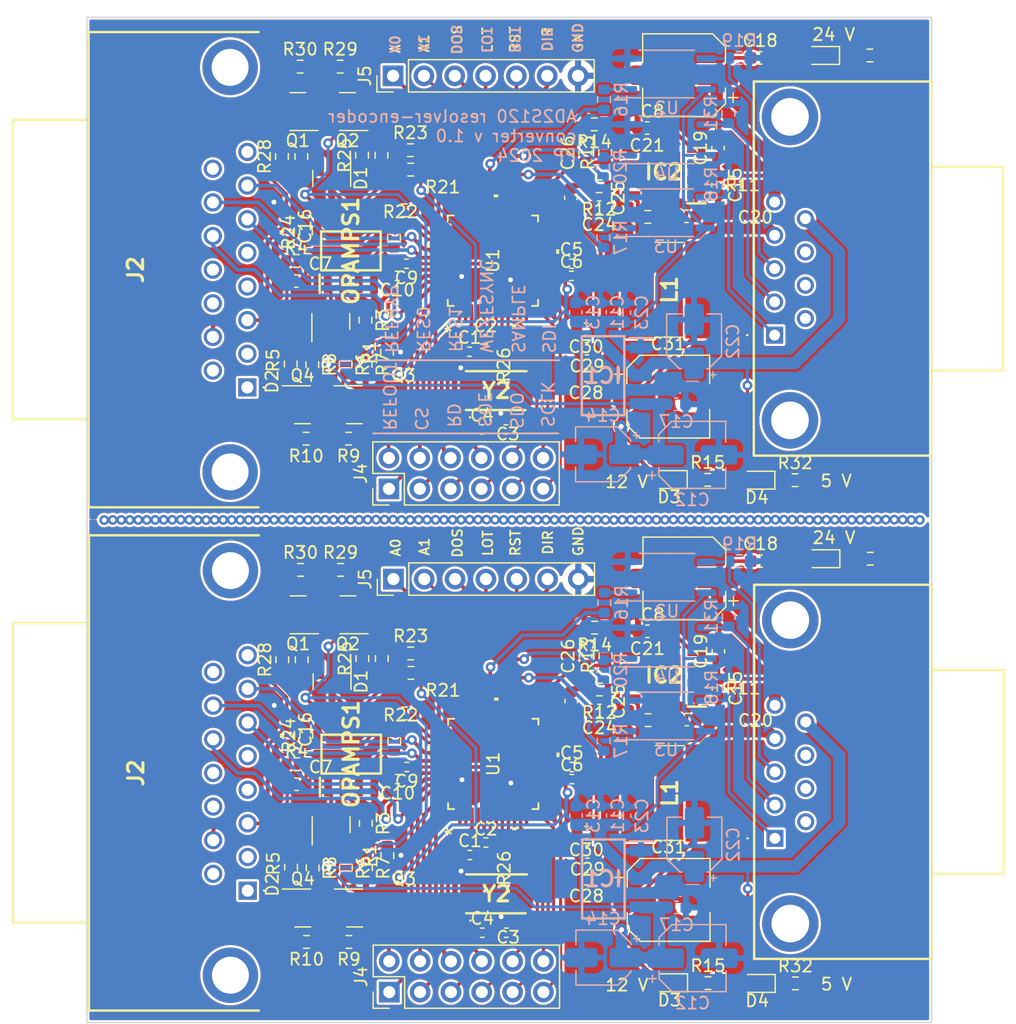
<source format=kicad_pcb>
(kicad_pcb (version 20221018) (generator pcbnew)
  (layers (0 "F.Cu" signal) (31 "B.Cu" signal) (34 "B.Paste" user) (35 "F.Paste" user) (36 "B.SilkS" user "B.Silkscreen") (37 "F.SilkS" user "F.Silkscreen") (38 "B.Mask" user) (39 "F.Mask" user) (44 "Edge.Cuts" user))
  (net 0 "")
  (net 14 "ENCODER_EMULATE_A")
  (net 15 "ENCODER_EMULATE_B")
  (net 16 "ENCODER_EMULATE_NM")
  (net 17 "GND")
  (net 18 "Net-(U1-CLKIN)")
  (net 19 "Net-(U1-XTALOUT)")
  (net 20 "/EXC")
  (net 21 "/~EXC")
  (net 22 "S1")
  (net 23 "S3")
  (net 24 "S4")
  (net 25 "S2")
  (net 37 "R1")
  (net 38 "R2")
  (net 40 "Net-(OPAMPS1---Pad2)")
  (net 41 "Net-(C7-Pad1)")
  (net 42 "Net-(C16-Pad1)")
  (net 43 "Net-(OPAMPS1---Pad6)")
  (net 44 "Net-(Q2-B)")
  (net 45 "Net-(D1-A)")
  (net 46 "Net-(Q1-B)")
  (net 47 "Net-(Q1-E)")
  (net 48 "Net-(Q2-E)")
  (net 49 "Net-(Q3-B)")
  (net 50 "Net-(Q3-E)")
  (net 51 "Net-(Q4-B)")
  (net 52 "Net-(Q4-E)")
  (net 53 "Net-(D1-K-Pad1)")
  (net 54 "Net-(OPAMPS1-OUTPUT_2)")
  (net 55 "Net-(D2-K-Pad1)")
  (net 56 "Net-(D2-A)")
  (net 57 "Net-(OPAMPS1-output_1)")
  (net 58 "EXTERNAL_24V")
  (net 59 "12_V")
  (net 60 "EXTERNAL_5V")
  (net 61 "RES1")
  (net 62 "CS")
  (net 63 "RD")
  (net 64 "WR{slash}FSYNC")
  (net 65 "SOE")
  (net 66 "SAMPLE")
  (net 67 "SDO ")
  (net 68 "SDI ")
  (net 69 "SCLK")
  (net 70 "DIR")
  (net 71 "RESET")
  (net 72 "LOT")
  (net 73 "DOS")
  (net 74 "A1")
  (net 75 "A0")
  (net 76 "REFBYP")
  (net 77 "REFOUT")
  (net 78 "RES0")
  (net 79 "EXTERNAL_GND")
  (net 82 "Net-(C20-Pad1)")
  (net 83 "Net-(IC2-BST)")
  (net 84 "Net-(IC2-SS)")
  (net 85 "Net-(IC2-COMP)")
  (net 86 "Net-(C25-Pad1)")
  (net 87 "Net-(IC2-FB)")
  (net 88 "Net-(IC2-SW)")
  (net 89 "Net-(D3-K)")
  (net 91 "/optoisolation/NM")
  (net 92 "Net-(R16-Pad2)")
  (net 93 "/optoisolation/A")
  (net 94 "Net-(R17-Pad2)")
  (net 95 "/optoisolation/B")
  (net 96 "Net-(R20-Pad2)")
  (net 98 "Net-(D4-K)")
  (net 99 "Net-(D5-K)")
  (footprint "Capacitor_SMD:C_0603_1608Metric" (layer "F.Cu") (at 136.475 76.275 90)
    (fp_text reference "C19")
    (fp_text value "10u ")
  )
  (footprint "Capacitor_SMD:C_0603_1608Metric" (layer "F.Cu") (at 125.6 91.2 180)
    (fp_text reference "C30")
    (fp_text value "10u ")
  )
  (footprint "footprints:AD2S1210WDSTZ_ADI" (layer "F.Cu") (at 117.925 85.54982 90)
    (fp_text reference "U1")
    (fp_text value "AD2S1210WDSTZ")
  )
  (footprint "Capacitor_SMD:C_0603_1608Metric" (layer "F.Cu") (at 130.6525 116.07 180)
    (fp_text reference "C21")
    (fp_text value "10n")
  )
  (footprint "Resistor_SMD:R_0402_1005Metric" (layer "F.Cu") (at 110.8 85.8 180)
    (fp_text reference "C9")
    (fp_text value "10 nF")
  )
  (footprint "Package_TO_SOT_SMD:SOT-23" (layer "F.Cu") (at 102.26175 138.85925)
    (fp_text reference "Q4")
    (fp_text value "BC817")
  )
  (footprint "Package_TO_SOT_SMD:SOT-23" (layer "F.Cu") (at 101.84375 73.26875 180)
    (fp_text reference "Q1")
    (fp_text value "BC807")
  )
  (footprint "Capacitor_SMD:C_0603_1608Metric" (layer "F.Cu") (at 125.6275 132.645 180)
    (fp_text reference "C30")
    (fp_text value "10u ")
  )
  (footprint "Resistor_SMD:R_0402_1005Metric" (layer "F.Cu") (at 124.4275 127.245)
    (fp_text reference "C5")
    (fp_text value "10 nF")
  )
  (footprint "Capacitor_SMD:C_0603_1608Metric" (layer "F.Cu") (at 125.7055 134.245 180)
    (fp_text reference "C29")
    (fp_text value "10u ")
  )
  (footprint "Capacitor_SMD:C_0603_1608Metric" (layer "F.Cu") (at 126.673 81.145 180)
    (fp_text reference "C24")
    (fp_text value "15p")
  )
  (footprint "Resistor_SMD:R_0603_1608Metric" (layer "F.Cu") (at 100.57125 118.41375 90)
    (fp_text reference "R28")
    (fp_text value "R")
  )
  (footprint "AP64501SP:SOIC127P600X163-9N" (layer "F.Cu") (at 132.0305 119.695 180)
    (fp_text reference "IC2")
    (fp_text value "AP64501SP-13" hide)
  )
  (footprint "Capacitor_SMD:C_0603_1608Metric" (layer "F.Cu") (at 125.6 95 180)
    (fp_text reference "C28")
    (fp_text value "10u ")
  )
  (footprint "Resistor_SMD:R_0603_1608Metric" (layer "F.Cu") (at 100.54375 76.96875 90)
    (fp_text reference "R28")
    (fp_text value "R")
  )
  (footprint "TL082CD:SOIC127P600X175-8N" (layer "F.Cu") (at 106.22375 84.74075 90)
    (fp_text reference "OPAMPS1")
    (fp_text value "TL082CD" hide)
  )
  (footprint "Capacitor_SMD:C_0603_1608Metric" (layer "F.Cu") (at 125.6275 136.445 180)
    (fp_text reference "C28")
    (fp_text value "10u ")
  )
  (footprint "Resistor_SMD:R_0402_1005Metric" (layer "F.Cu") (at 124.4 86.8)
    (fp_text reference "C6")
    (fp_text value "4.7 uF")
  )
  (footprint "Resistor_SMD:R_0402_1005Metric" (layer "F.Cu") (at 124.4 85.8)
    (fp_text reference "C5")
    (fp_text value "10 nF")
  )
  (footprint "Resistor_SMD:R_0603_1608Metric" (layer "F.Cu") (at 142.825 103.625)
    (fp_text reference "R32")
    (fp_text value "2k7")
  )
  (footprint "Resistor_SMD:R_0603_1608Metric" (layer "F.Cu") (at 107.17125 118.31375 90)
    (fp_text reference "R25")
    (fp_text value "R")
  )
  (footprint "Resistor_SMD:R_0603_1608Metric" (layer "F.Cu") (at 101.72255 85.56875 180)
    (fp_text reference "R4")
    (fp_text value "R")
  )
  (footprint "Resistor_SMD:R_0603_1608Metric" (layer "F.Cu") (at 105.78725 94.09105 -90)
    (fp_text reference "R6")
    (fp_text value "R")
  )
  (footprint "DS1037:DS10370115FNAKSI74" (layer "F.Cu") (at 97.69 95.985 -90)
    (fp_text reference "J2")
    (fp_text value "DS1037-01-15FNAKSI74" hide)
  )
  (footprint "DS1037:DS10370115FNAKSI74" (layer "F.Cu") (at 97.7175 137.43 -90)
    (fp_text reference "J2")
    (fp_text value "DS1037-01-15FNAKSI74" hide)
  )
  (footprint "Capacitor_SMD:C_0603_1608Metric" (layer "F.Cu") (at 100.94625 124.66375 90)
    (fp_text reference "C16")
    (fp_text value "C")
  )
  (footprint "Resistor_SMD:R_0603_1608Metric" (layer "F.Cu") (at 107.46575 135.53605 -90)
    (fp_text reference "R7")
    (fp_text value "R")
  )
  (footprint "Capacitor_SMD:C_0603_1608Metric" (layer "F.Cu") (at 126.7005 122.59 180)
    (fp_text reference "C24")
    (fp_text value "15p")
  )
  (footprint "Resistor_SMD:R_0603_1608Metric" (layer "F.Cu") (at 107.14375 76.86875 90)
    (fp_text reference "R25")
    (fp_text value "R")
  )
  (footprint "Resistor_SMD:R_0603_1608Metric" (layer "F.Cu") (at 130.7185 123.39 180)
    (fp_text reference "R11")
    (fp_text value "10R")
  )
  (footprint "AP64501SP:SOIC127P600X163-9N" (layer "F.Cu") (at 132.003 78.25 180)
    (fp_text reference "IC2")
    (fp_text value "AP64501SP-13" hide)
  )
  (footprint "Resistor_SMD:R_0603_1608Metric" (layer "F.Cu") (at 102.53675 100.20825 180)
    (fp_text reference "R10")
    (fp_text value "R")
  )
  (footprint "Resistor_SMD:R_0603_1608Metric" (layer "F.Cu") (at 101.75005 127.01375 180)
    (fp_text reference "R4")
    (fp_text value "R")
  )
  (footprint "Capacitor_SMD:C_0603_1608Metric" (layer "F.Cu") (at 136.5025 117.72 90)
    (fp_text reference "C19")
    (fp_text value "10u ")
  )
  (footprint "Resistor_SMD:R_0402_1005Metric" (layer "F.Cu") (at 116 93.05)
    (fp_text reference "C1")
    (fp_text value "4.7 uF")
  )
  (footprint "Resistor_SMD:R_0603_1608Metric" (layer "F.Cu") (at 142.8525 145.07)
    (fp_text reference "R32")
    (fp_text value "2k7")
  )
  (footprint "LED_SMD:LED_0603_1608Metric" (layer "F.Cu") (at 132.4775 145.02 180)
    (fp_text reference "D3")
    (fp_text value "LED")
  )
  (footprint "Resistor_SMD:R_0603_1608Metric" (layer "F.Cu") (at 111.125 76.45)
    (fp_text reference "R23")
    (fp_text value "R")
  )
  (footprint "Capacitor_SMD:C_0603_1608Metric" (layer "F.Cu") (at 133.9055 123.34)
    (fp_text reference "C20")
    (fp_text value "100n")
  )
  (footprint "Package_TO_SOT_SMD:SOT-23" (layer "F.Cu") (at 101.87125 114.71375 180)
    (fp_text reference "Q1")
    (fp_text value "BC807")
  )
  (footprint "Connector_PinHeader_2.54mm:PinHeader_2x06_P2.54mm_Vertical" (layer "F.Cu") (at 109.36 104.34 90)
    (fp_text reference "J4")
    (fp_text value "Conn_02x06_Counter_Clockwise" hide)
  )
  (footprint "Package_TO_SOT_SMD:SOT-23" (layer "F.Cu") (at 104.56875 90.55625 90)
    (fp_text reference "D2")
    (fp_text value "BAV99")
  )
  (footprint "Resistor_SMD:R_0603_1608Metric" (layer "F.Cu") (at 103.04475 94.11225 -90)
    (fp_text reference "R8")
    (fp_text value "R")
  )
  (footprint "Resistor_SMD:R_0402_1005Metric" (layer "F.Cu") (at 110.0675 128.245 180)
    (fp_text reference "C10")
    (fp_text value "4.7 uF")
  )
  (footprint "Resistor_SMD:R_0603_1608Metric" (layer "F.Cu") (at 102.04375 69.56875)
    (fp_text reference "R30")
    (fp_text value "R")
  )
  (footprint "Resistor_SMD:R_0603_1608Metric" (layer "F.Cu") (at 102.17125 118.41375 90)
    (fp_text reference "R27" hide)
    (fp_text value "R")
  )
  (footprint "Package_TO_SOT_SMD:SOT-23" (layer "F.Cu") (at 106.53325 138.85925)
    (fp_text reference "Q3")
    (fp_text value "BC807")
  )
  (footprint "ABM3-8.192MHZ-B4Y-T:ABM3" (layer "F.Cu") (at 118.2275 137.695)
    (fp_text reference "Y2")
    (fp_text value "ABM3-8.192MHZ-B4Y-T" hide)
  )
  (footprint "Resistor_SMD:R_0603_1608Metric" (layer "F.Cu") (at 110.6 81.4 180)
    (fp_text reference "R22")
    (fp_text value "R")
  )
  (footprint "Resistor_SMD:R_0603_1608Metric" (layer "F.Cu") (at 105.34375 69.56875)
    (fp_text reference "R29")
    (fp_text value "R")
  )
  (footprint "Resistor_SMD:R_0603_1608Metric" (layer "F.Cu") (at 109.775 83.65 -90)
    (fp_text reference "R2" hide)
    (fp_text value "R")
  )
  (footprint "Resistor_SMD:R_0402_1005Metric" (layer "F.Cu") (at 117.3525 133.47)
    (fp_text reference "C2")
    (fp_text value "10 nF")
  )
  (footprint "Capacitor_SMD:CP_Elec_6.3x7.7" (layer "F.Cu") (at 133.675 70.275 180)
    (fp_text reference "C8")
    (fp_text value "100u")
  )
  (footprint "Capacitor_SMD:C_0603_1608Metric" (layer "F.Cu") (at 101.75005 128.67125 180)
    (fp_text reference "C7")
    (fp_text value "C")
  )
  (footprint "Resistor_SMD:R_0402_1005Metric" (layer "F.Cu") (at 119.0275 140.895 180)
    (fp_text reference "C3")
    (fp_text value "18 pF")
  )
  (footprint "Resistor_SMD:R_0603_1608Metric" (layer "F.Cu") (at 102.54625 124.63875 90)
    (fp_text reference "R24")
    (fp_text value "R")
  )
  (footprint "Resistor_SMD:R_0603_1608Metric" (layer "F.Cu") (at 103.07225 135.55725 -90)
    (fp_text reference "R8")
    (fp_text value "R")
  )
  (footprint "Capacitor_SMD:C_0603_1608Metric" (layer "F.Cu") (at 133.878 81.895)
    (fp_text reference "C20")
    (fp_text value "100n")
  )
  (footprint "Resistor_SMD:R_0603_1608Metric" (layer "F.Cu") (at 105.37125 111.01375)
    (fp_text reference "R29")
    (fp_text value "R")
  )
  (footprint "Package_TO_SOT_SMD:SOT-23" (layer "F.Cu") (at 106.50575 97.41425)
    (fp_text reference "Q3")
    (fp_text value "BC807")
  )
  (footprint "LED_SMD:LED_0603_1608Metric" (layer "F.Cu") (at 145.0275 110.095 180)
    (fp_text reference "D5" hide)
    (fp_text value "LED" hide)
  )
  (footprint "Resistor_SMD:R_0402_1005Metric" (layer "F.Cu") (at 117.325 92.025)
    (fp_text reference "C2")
    (fp_text value "10 nF")
  )
  (footprint "Resistor_SMD:R_0603_1608Metric" (layer "F.Cu") (at 148.99 68.65)
    (fp_text reference "R33" hide)
    (fp_text value "20k" hide)
  )
  (footprint "Resistor_SMD:R_0603_1608Metric" (layer "F.Cu") (at 127.2055 118.09 90)
    (fp_text reference "R13")
    (fp_text value "309k")
  )
  (footprint "Resistor_SMD:R_0402_1005Metric" (layer "F.Cu") (at 117.0525 140.895)
    (fp_text reference "C4")
    (fp_text value "18 pF")
  )
  (footprint "Resistor_SMD:R_0603_1608Metric" (layer "F.Cu") (at 102.56425 141.65325 180)
    (fp_text reference "R10")
    (fp_text value "R")
  )
  (footprint "LD09P13A4GX00LF:LD09P13A4GX00LF" (layer "F.Cu") (at 141.135 91.68 90)
    (fp_text reference "J3" hide)
    (fp_text value "LD09P13A4GX00LF" hide)
  )
  (footprint "TL082CD:SOIC127P600X175-8N" (layer "F.Cu") (at 106.25125 126.18575 90)
    (fp_text reference "OPAMPS1")
    (fp_text value "TL082CD" hide)
  )
  (footprint "Package_TO_SOT_SMD:SOT-23" (layer "F.Cu") (at 102.23425 97.41425)
    (fp_text reference "Q4")
    (fp_text value "BC817")
  )
  (footprint "ABM3-8.192MHZ-B4Y-T:ABM3" (layer "F.Cu") (at 118.2 96.25)
    (fp_text reference "Y2")
    (fp_text value "ABM3-8.192MHZ-B4Y-T" hide)
  )
  (footprint "Connector_PinHeader_2.54mm:PinHeader_1x07_P2.54mm_Vertical" (layer "F.Cu") (at 109.7275 111.77 90)
    (fp_text reference "J5")
    (fp_text value "Conn_01x07_Pin")
  )
  (footprint "Capacitor_SMD:C_0603_1608Metric" (layer "F.Cu") (at 124.3775 121.82 -90)
    (fp_text reference "C25")
    (fp_text value "2n7")
  )
  (footprint "Resistor_SMD:R_0603_1608Metric" (layer "F.Cu") (at 106.02975 100.20825 180)
    (fp_text reference "R9")
    (fp_text value "R")
  )
  (footprint "Resistor_SMD:R_0603_1608Metric" (layer "F.Cu") (at 126.3025 115.77 180)
    (fp_text reference "R14")
    (fp_text value "22k")
  )
  (footprint "Resistor_SMD:R_0603_1608Metric" (layer "F.Cu") (at 135.625 103.6)
    (fp_text reference "R15")
    (fp_text value "2k7")
  )
  (footprint "Resistor_SMD:R_0603_1608Metric" (layer "F.Cu") (at 108.77125 118.31375 -90)
    (fp_text reference "R26")
    (fp_text value "R")
  )
  (footprint "Resistor_SMD:R_0603_1608Metric" (layer "F.Cu") (at 106.05725 141.65325 180)
    (fp_text reference "R9")
    (fp_text value "R")
  )
  (footprint "Resistor_SMD:R_0603_1608Metric" (layer "F.Cu") (at 126.7055 120.865 180)
    (fp_text reference "R12")
    (fp_text value "37k")
  )
  (footprint "footprints:AD2S1210WDSTZ_ADI" (layer "F.Cu") (at 117.9525 126.99482 90)
    (fp_text reference "U1")
    (fp_text value "AD2S1210WDSTZ")
  )
  (footprint "Capacitor_SMD:C_0603_1608Metric" (layer "F.Cu") (at 101.72255 87.22625 180)
    (fp_text reference "C7")
    (fp_text value "C")
  )
  (footprint "Resistor_SMD:R_0603_1608Metric" (layer "F.Cu") (at 126.678 79.42 180)
    (fp_text reference "R12")
    (fp_text value "37k")
  )
  (footprint "Package_TO_SOT_SMD:SOT-23" (layer "F.Cu") (at 104.59625 132.00125 90)
    (fp_text reference "D2")
    (fp_text value "BAV99")
  )
  (footprint "Resistor_SMD:R_0402_1005Metric" (layer "F.Cu") (at 124.4275 128.245)
    (fp_text reference "C6")
    (fp_text value "4.7 uF")
  )
  (footprint "Capacitor_SMD:C_0603_1608Metric" (layer "F.Cu") (at 139.9775 110.295)
    (fp_text reference "C18")
    (fp_text value "10u " hide)
  )
  (footprint "Resistor_SMD:R_0402_1005Metric" (layer "F.Cu") (at 116.0275 134.495)
    (fp_text reference "C1")
    (fp_text value "4.7 uF")
  )
  (footprint "Resistor_SMD:R_0603_1608Metric" (layer "F.Cu") (at 130.691 81.945 180)
    (fp_text reference "R11")
    (fp_text value "10R")
  )
  (footprint "LED_SMD:LED_0603_1608Metric" (layer "F.Cu") (at 139.675 103.625 180)
    (fp_text reference "D4")
    (fp_text value "LED")
  )
  (footprint "Package_TO_SOT_SMD:SOT-23" (layer "F.Cu") (at 104.67125 120.21375 -90)
    (fp_text reference "D1")
    (fp_text value "BAV99")
  )
  (footprint "Resistor_SMD:R_0603_1608Metric" (layer "F.Cu") (at 109.2275 134.545 90)
    (fp_text reference "R1")
    (fp_text value "R")
  )
  (footprint "Capacitor_SMD:C_0603_1608Metric" (layer "F.Cu") (at 136.5025 120.77 -90)
    (fp_text reference "C15")
    (fp_text value "10u ")
  )
  (footprint "Capacitor_SMD:CP_Elec_6.3x5.4" (layer "F.Cu") (at 132.378 96.745)
    (fp_text reference "C31")
    (fp_text value "100u")
  )
  (footprint "Package_TO_SOT_SMD:SOT-23" (layer "F.Cu") (at 104.64375 78.76875 -90)
    (fp_text reference "D1")
    (fp_text value "BAV99")
  )
  (footprint "Resistor_SMD:R_0603_1608Metric" (layer "F.Cu") (at 108.74375 76.86875 -90)
    (fp_text reference "R26")
    (fp_text value "R")
  )
  (footprint "LED_SMD:LED_0603_1608Metric" (layer "F.Cu") (at 145 68.65 180)
    (fp_text reference "D5" hide)
    (fp_text value "LED" hide)
  )
  (footprint "Resistor_SMD:R_0603_1608Metric" (layer "F.Cu") (at 110.6275 122.845 180)
    (fp_text reference "R22")
    (fp_text value "R")
  )
  (footprint "Resistor_SMD:R_0603_1608Metric" (layer "F.Cu") (at 126.275 74.325 180)
    (fp_text reference "R14")
    (fp_text value "22k")
  )
  (footprint "SDR0805-100ML:SDR0805100ML" (layer "F.Cu") (at 132.5055 129.39 90)
    (fp_text reference "L1")
    (fp_text value "10u" hide)
  )
  (footprint "Resistor_SMD:R_0603_1608Metric" (layer "F.Cu") (at 107.425 90.44375 -90)
    (fp_text reference "R3")
    (fp_text value "R")
  )
  (footprint "Package_TO_SOT_SMD:SOT-23" (layer "F.Cu") (at 105.97125 114.71375 180)
    (fp_text reference "Q2")
    (fp_text value "BC817")
  )
  (footprint "Capacitor_SMD:C_0603_1608Metric" (layer "F.Cu") (at 139.95 68.85)
    (fp_text reference "C18")
    (fp_text value "10u " hide)
  )
  (footprint "Capacitor_SMD:C_0603_1608Metric" (layer "F.Cu") (at 125.5555 118.115 90)
    (fp_text reference "C26")
    (fp_text value "100p")
  )
  (footprint "Connector_PinHeader_2.54mm:PinHeader_2x06_P2.54mm_Vertical" (layer "F.Cu") (at 109.3875 145.785 90)
    (fp_text reference "J4")
    (fp_text value "Conn_02x06_Counter_Clockwise" hide)
  )
  (footprint "Capacitor_SMD:C_0603_1608Metric" (layer "F.Cu") (at 124.35 80.375 -90)
    (fp_text reference "C25")
    (fp_text value "2n7")
  )
  (footprint "Resistor_SMD:R_0603_1608Metric" (layer "F.Cu") (at 111.1525 117.895)
    (fp_text reference "R23")
    (fp_text value "R")
  )
  (footprint "Resistor_SMD:R_0603_1608Metric" (layer "F.Cu") (at 101.29425 135.49425 90)
    (fp_text reference "R5")
    (fp_text value "R")
  )
  (footprint "LD09P13A4GX00LF:LD09P13A4GX00LF" (layer "F.Cu") (at 141.1625 133.125 90)
    (fp_text reference "J3" hide)
    (fp_text value "LD09P13A4GX00LF" hide)
  )
  (footprint "Capacitor_SMD:C_0603_1608Metric" (layer "F.Cu") (at 136.475 79.325 -90)
    (fp_text reference "C15")
    (fp_text value "10u ")
  )
  (footprint "Resistor_SMD:R_0603_1608Metric" (layer "F.Cu") (at 127.178 76.645 90)
    (fp_text reference "R13")
    (fp_text value "309k")
  )
  (footprint "Resistor_SMD:R_0603_1608Metric" (layer "F.Cu") (at 107.43825 94.09105 -90)
    (fp_text reference "R7")
    (fp_text value "R")
  )
  (footprint "Package_TO_SOT_SMD:SOT-23" (layer "F.Cu") (at 105.94375 73.26875 180)
    (fp_text reference "Q2")
    (fp_text value "BC817")
  )
  (footprint "Resistor_SMD:R_0603_1608Metric" (layer "F.Cu") (at 111.15 78.05 180)
    (fp_text reference "R21")
    (fp_text value "R")
  )
  (footprint "Resistor_SMD:R_0603_1608Metric" (layer "F.Cu") (at 101.26675 94.04925 90)
    (fp_text reference "R5")
    (fp_text value "R")
  )
  (footprint "Resistor_SMD:R_0402_1005Metric" (layer "F.Cu") (at 119 99.45 180)
    (fp_text reference "C3")
    (fp_text value "18 pF")
  )
  (footprint "Capacitor_SMD:CP_Elec_6.3x5.4" (layer "F.Cu") (at 132.4055 138.19)
    (fp_text reference "C31")
    (fp_text value "100u")
  )
  (footprint "Resistor_SMD:R_0603_1608Metric" (layer "F.Cu") (at 111.1775 119.495 180)
    (fp_text reference "R21")
    (fp_text value "R")
  )
  (footprint "Resistor_SMD:R_0603_1608Metric" (layer "F.Cu") (at 102.51875 83.19375 90)
    (fp_text reference "R24")
    (fp_text value "R")
  )
  (footprint "Resistor_SMD:R_0402_1005Metric" (layer "F.Cu") (at 117.025 99.45)
    (fp_text reference "C4")
    (fp_text value "18 pF")
  )
  (footprint "Resistor_SMD:R_0603_1608Metric" (layer "F.Cu") (at 105.81475 135.53605 -90)
    (fp_text reference "R6")
    (fp_text value "R")
  )
  (footprint "Capacitor_SMD:CP_Elec_6.3x7.7" (layer "F.Cu") (at 133.7025 111.72 180)
    (fp_text reference "C8")
    (fp_text value "100u")
  )
  (footprint "LED_SMD:LED_0603_1608Metric" (layer "F.Cu") (at 139.7025 145.07 180)
    (fp_text reference "D4")
    (fp_text value "LED")
  )
  (footprint "Capacitor_SMD:C_0603_1608Metric" (layer "F.Cu") (at 125.528 76.67 90)
    (fp_text reference "C26")
    (fp_text value "100p")
  )
  (footprint "Resistor_SMD:R_0603_1608Metric" (layer "F.Cu") (at 109.8025 125.095 -90)
    (fp_text reference "R2" hide)
    (fp_text value "R")
  )
  (footprint "Resistor_SMD:R_0402_1005Metric" (layer "F.Cu") (at 110.8275 127.245 180)
    (fp_text reference "C9")
    (fp_text value "10 nF")
  )
  (footprint "Capacitor_SMD:C_0603_1608Metric" (layer "F.Cu") (at 100.91875 83.21875 90)
    (fp_text reference "C16")
    (fp_text value "C")
  )
  (footprint "Resistor_SMD:R_0603_1608Metric" (layer "F.Cu") (at 135.6525 145.045)
    (fp_text reference "R15")
    (fp_text value "2k7")
  )
  (footprint "Connector_PinHeader_2.54mm:PinHeader_1x07_P2.54mm_Vertical" (layer "F.Cu") (at 109.7 70.325 90)
    (fp_text reference "J5")
    (fp_text value "Conn_01x07_Pin")
  )
  (footprint "Resistor_SMD:R_0402_1005Metric" (layer "F.Cu") (at 110.04 86.8 180)
    (fp_text reference "C10")
    (fp_text value "4.7 uF")
  )
  (footprint "Capacitor_SMD:C_0603_1608Metric" (layer "F.Cu") (at 125.678 92.8 180)
    (fp_text reference "C29")
    (fp_text value "10u ")
  )
  (footprint "LED_SMD:LED_0603_1608Metric" (layer "F.Cu") (at 132.45 103.575 180)
    (fp_text reference "D3")
    (fp_text value "LED")
  )
  (footprint "Resistor_SMD:R_0603_1608Metric" (layer "F.Cu") (at 107.4525 131.88875 -90)
    (fp_text reference "R3")
    (fp_text value "R")
  )
  (footprint "SDR0805-100ML:SDR0805100ML" (layer "F.Cu") (at 132.478 87.945 90)
    (fp_text reference "L1")
    (fp_text value "10u" hide)
  )
  (footprint "Capacitor_SMD:C_0603_1608Metric" (layer "F.Cu") (at 130.625 74.625 180)
    (fp_text reference "C21")
    (fp_text value "10n")
  )
  (footprint "Resistor_SMD:R_0603_1608Metric" (layer "F.Cu") (at 149.0175 110.095)
    (fp_text reference "R33" hide)
    (fp_text value "20k" hide)
  )
  (footprint "Resistor_SMD:R_0603_1608Metric" (layer "F.Cu") (at 109.2 93.1 90)
    (fp_text reference "R1")
    (fp_text value "R")
  )
  (footprint "Resistor_SMD:R_0603_1608Metric" (layer "F.Cu") (at 102.07125 111.01375)
    (fp_text reference "R30")
    (fp_text value "R")
  )
  (footprint "Resistor_SMD:R_0603_1608Metric" (layer "F.Cu") (at 102.14375 76.96875 90)
    (fp_text reference "R27" hide)
    (fp_text value "R")
  )
  (footprint "Capacitor_SMD:C_0603_1608Metric" (layer "B.Cu") (at 126.753 89.795 90)
    (fp_text reference "C11")
    (fp_text value "10u ")
  )
  (footprint "Capacitor_SMD:C_0603_1608Metric" (layer "B.Cu") (at 124.753 89.795 90)
    (fp_text reference "C13")
    (fp_text value "10u ")
  )
  (footprint "AZ117CH:SOT230P700X170-4N" (layer "B.Cu") (at 127.0305 136.465 180)
    (fp_text reference "IC1")
    (fp_text value "AZ1117CH-5.0TRG1" hide)
  )
  (footprint "Package_SO:SOIC-4_4.55x3.7mm_P2.54mm" (layer "B.Cu") (at 132.253 75.6)
    (fp_text reference "U4")
    (fp_text value "TLP185")
  )
  (footprint "Capacitor_SMD:CP_Elec_4x5.4" (layer "B.Cu") (at 134.503 92.195 90)
    (fp_text reference "C22")
    (fp_text value "22 uF")
  )
  (footprint "Resistor_SMD:R_0603_1608Metric" (layer "B.Cu") (at 137.328 73.4 -90)
    (fp_text reference "R31")
    (fp_text value "1k")
  )
  (footprint "Resistor_SMD:R_0603_1608Metric" (layer "B.Cu") (at 138.2525 110.295 180)
    (fp_text reference "R19")
    (fp_text value "1k")
  )
  (footprint "Capacitor_SMD:C_0603_1608Metric" (layer "B.Cu") (at 126.7805 131.24 90)
    (fp_text reference "C11")
    (fp_text value "10u ")
  )
  (footprint "Resistor_SMD:R_0603_1608Metric" (layer "B.Cu") (at 127.0555 125.095 90)
    (fp_text reference "R17")
    (fp_text value "1k")
  )
  (footprint "Resistor_SMD:R_0603_1608Metric" (layer "B.Cu") (at 127.1055 113.72 90)
    (fp_text reference "R16")
    (fp_text value "1k")
  )
  (footprint "Resistor_SMD:R_0603_1608Metric" (layer "B.Cu") (at 127.028 83.65 90)
    (fp_text reference "R17")
    (fp_text value "1k")
  )
  (footprint "Package_SO:SOIC-4_4.55x3.7mm_P2.54mm" (layer "B.Cu") (at 132.178 81.6)
    (fp_text reference "U3")
    (fp_text value "TLP185")
  )
  (footprint "Capacitor_SMD:CP_Elec_4x5.4" (layer "B.Cu") (at 134.5305 133.64 90)
    (fp_text reference "C22")
    (fp_text value "22 uF")
  )
  (footprint "Resistor_SMD:R_0603_1608Metric" (layer "B.Cu") (at 127.0305 119.27 90)
    (fp_text reference "R20")
    (fp_text value "1k")
  )
  (footprint "Capacitor_SMD:C_0603_1608Metric" (layer "B.Cu") (at 133.0555 138.815)
    (fp_text reference "C17")
    (fp_text value "100 nF")
  )
  (footprint "Capacitor_SMD:C_0603_1608Metric" (layer "B.Cu") (at 128.753 89.82 90)
    (fp_text reference "C23")
    (fp_text value "100 nF")
  )
  (footprint "Capacitor_SMD:CP_Elec_5x5.4" (layer "B.Cu") (at 134.3775 142.99)
    (fp_text reference "C12")
    (fp_text value "50 uF")
  )
  (footprint "Resistor_SMD:R_0603_1608Metric" (layer "B.Cu") (at 138.225 68.85 180)
    (fp_text reference "R19")
    (fp_text value "1k")
  )
  (footprint "Capacitor_SMD:C_0603_1608Metric" (layer "B.Cu") (at 133.028 97.37)
    (fp_text reference "C17")
    (fp_text value "100 nF")
  )
  (footprint "Package_SO:SOIC-4_4.55x3.7mm_P2.54mm" (layer "B.Cu") (at 132.2055 123.045)
    (fp_text reference "U3")
    (fp_text value "TLP185")
  )
  (footprint "Resistor_SMD:R_0603_1608Metric" (layer "B.Cu") (at 137.3555 114.845 -90)
    (fp_text reference "R31")
    (fp_text value "1k")
  )
  (footprint "AZ117CH:SOT230P700X170-4N" (layer "B.Cu") (at 127.003 95.02 180)
    (fp_text reference "IC1")
    (fp_text value "AZ1117CH-5.0TRG1" hide)
  )
  (footprint "Capacitor_SMD:C_0603_1608Metric" (layer "B.Cu") (at 124.7805 131.24 90)
    (fp_text reference "C13")
    (fp_text value "10u ")
  )
  (footprint "Capacitor_SMD:CP_Elec_5x5.4" (layer "B.Cu") (at 134.35 101.545)
    (fp_text reference "C12")
    (fp_text value "50 uF")
  )
  (footprint "Resistor_SMD:R_0603_1608Metric" (layer "B.Cu") (at 127.078 72.275 90)
    (fp_text reference "R16")
    (fp_text value "1k")
  )
  (footprint "Package_SO:SOIC-4_4.55x3.7mm_P2.54mm" (layer "B.Cu") (at 132.2805 111.62)
    (fp_text reference "U2")
    (fp_text value "TLP185")
  )
  (footprint "Resistor_SMD:R_0603_1608Metric" (layer "B.Cu") (at 137.3805 120.695 -90)
    (fp_text reference "R18")
    (fp_text value "1k")
  )
  (footprint "Package_SO:SOIC-4_4.55x3.7mm_P2.54mm" (layer "B.Cu") (at 132.253 70.175)
    (fp_text reference "U2")
    (fp_text value "TLP185")
  )
  (footprint "Capacitor_SMD:CP_Elec_4x5.4" (layer "B.Cu") (at 127 101.5 180)
    (fp_text reference "C14")
    (fp_text value "10 uF")
  )
  (footprint "Resistor_SMD:R_0603_1608Metric" (layer "B.Cu") (at 137.353 79.25 -90)
    (fp_text reference "R18")
    (fp_text value "1k")
  )
  (footprint "Resistor_SMD:R_0603_1608Metric" (layer "B.Cu") (at 127.003 77.825 90)
    (fp_text reference "R20")
    (fp_text value "1k")
  )
  (footprint "Capacitor_SMD:C_0603_1608Metric" (layer "B.Cu") (at 128.7805 131.265 90)
    (fp_text reference "C23")
    (fp_text value "100 nF")
  )
  (footprint "Capacitor_SMD:CP_Elec_4x5.4" (layer "B.Cu") (at 127.0275 142.945 180)
    (fp_text reference "C14")
    (fp_text value "10 uF")
  )
  (footprint "Package_SO:SOIC-4_4.55x3.7mm_P2.54mm" (layer "B.Cu") (at 132.2805 117.045)
    (fp_text reference "U4")
    (fp_text value "TLP185")
  )
  (gr_line (start 108.175 93.75) (end 123.425 93.75) (stroke (width 0.15)) (layer "B.SilkS"))
  (gr_line (start 108.075 99.775) (end 123.325 99.775) (stroke (width 0.15)) (layer "B.SilkS"))
  (gr_rect (start 84.4775 65.501) (end 154.075 148.294) (stroke (width 0.1)) (fill none) (layer "Edge.Cuts"))
  (gr_text "LOT\n" (at 116.925 68.525 -90) (layer "B.SilkS") (effects (font (size 0.8 0.8)) (justify left bottom mirror)))
  (gr_text "DIR" (at 121.875 68.4 -90) (layer "B.SilkS") (effects (font (size 0.8 0.8)) (justify left bottom mirror)))
  (gr_text "DOS\n" (at 114.425 68.625 -90) (layer "B.SilkS") (effects (font (size 0.8 0.8)) (justify left bottom mirror)))
  (gr_text "SOE" (at 116.65 99.35 -90) (layer "B.SilkS") (effects (font (size 1 1)) (justify left bottom mirror)))
  (gr_text "REFOUT" (at 108.8 99.625 -90) (layer "B.SilkS") (effects (font (size 1 1)) (justify left bottom mirror)))
  (gr_text "A0\n" (at 109.35 68.55 -90) (layer "B.SilkS") (effects (font (size 0.8 0.8)) (justify left bottom mirror)))
  (gr_text "SDO" (at 119.275 99.475 -90) (layer "B.SilkS") (effects (font (size 1 1)) (justify left bottom mirror)))
  (gr_text "GND" (at 124.4 68.525 -90) (layer "B.SilkS") (effects (font (size 0.8 0.8)) (justify left bottom mirror)))
  (gr_text "WE/FSYNC" (at 116.775 93.275 -90) (layer "B.SilkS") (effects (font (size 1 1)) (justify left bottom mirror)))
  (gr_text "REFBYP" (at 108.95 93.25 270) (layer "B.SilkS") (effects (font (size 1 1)) (justify left bottom mirror)))
  (gr_text "AD2S120 resolver-encoder\nconverter v 1.0\nPP 2024" (at 124.925 77.475) (layer "B.SilkS") (effects (font (size 1 1)) (justify left bottom mirror)))
  (gr_text "A1" (at 111.75 68.45 -90) (layer "B.SilkS") (effects (font (size 0.8 0.8)) (justify left bottom mirror)))
  (gr_text "SDI" (at 121.925 93.275 -90) (layer "B.SilkS") (effects (font (size 1 1)) (justify left bottom mirror)))
  (gr_text "CS" (at 111.425 99.65 -90) (layer "B.SilkS") (effects (font (size 1 1)) (justify left bottom mirror)))
  (gr_text "RES0" (at 111.575 93.2 -90) (layer "B.SilkS") (effects (font (size 1 1)) (justify left bottom mirror)))
  (gr_text "SAMPLE\n" (at 119.4 93.25 -90) (layer "B.SilkS") (effects (font (size 1 1)) (justify left bottom mirror)))
  (gr_text "RD" (at 114.1 99.375 -90) (layer "B.SilkS") (effects (font (size 1 1)) (justify left bottom mirror)))
  (gr_text "SCLK\n" (at 121.825 99.35 -90) (layer "B.SilkS") (effects (font (size 1 1)) (justify left bottom mirror)))
  (gr_text "RES1" (at 114.225 93.175 -90) (layer "B.SilkS") (effects (font (size 1 1)) (justify left bottom mirror)))
  (gr_text "RST" (at 119.25 68.525 -90) (layer "B.SilkS") (effects (font (size 0.8 0.8)) (justify left bottom mirror)))
  (gr_text "GND" (at 125.4 68.525 90) (layer "F.SilkS") (effects (font (size 0.8 0.8)) (justify left bottom)))
  (gr_text "5 V" (at 144.8525 145.72) (layer "F.SilkS") (effects (font (size 1 1)) (justify left bottom)))
  (gr_text "A0\n" (at 110.35 68.55 90) (layer "F.SilkS") (effects (font (size 0.8 0.8)) (justify left bottom)))
  (gr_text "DOS\n" (at 115.4775 110.095 90) (layer "F.SilkS") (effects (font (size 0.8 0.8)) (justify left bottom)))
  (gr_text "A1" (at 112.725 68.475 90) (layer "F.SilkS") (effects (font (size 0.8 0.8)) (justify left bottom)))
  (gr_text "RST" (at 120.2525 109.97 90) (layer "F.SilkS") (effects (font (size 0.8 0.8)) (justify left bottom)))
  (gr_text "12 V" (at 127.1025 145.795) (layer "F.SilkS") (effects (font (size 1 1)) (justify left bottom)))
  (gr_text "24 V" (at 144.14 67.51) (layer "F.SilkS") (effects (font (size 1 1)) (justify left bottom)))
  (gr_text "RST" (at 120.225 68.525 90) (layer "F.SilkS") (effects (font (size 0.8 0.8)) (justify left bottom)))
  (gr_text "24 V" (at 144.1675 108.955) (layer "F.SilkS") (effects (font (size 1 1)) (justify left bottom)))
  (gr_text "DOS\n" (at 115.45 68.65 90) (layer "F.SilkS") (effects (font (size 0.8 0.8)) (justify left bottom)))
  (gr_text "DIR" (at 122.9 68.4 90) (layer "F.SilkS") (effects (font (size 0.8 0.8)) (justify left bottom)))
  (gr_text "GND" (at 125.4275 109.97 90) (layer "F.SilkS") (effects (font (size 0.8 0.8)) (justify left bottom)))
  (gr_text "LOT\n" (at 117.9775 109.97 90) (layer "F.SilkS") (effects (font (size 0.8 0.8)) (justify left bottom)))
  (gr_text "5 V" (at 144.825 104.275) (layer "F.SilkS") (effects (font (size 1 1)) (justify left bottom)))
  (gr_text "12 V" (at 127.075 104.35) (layer "F.SilkS") (effects (font (size 1 1)) (justify left bottom)))
  (gr_text "DIR" (at 122.9275 109.845 90) (layer "F.SilkS") (effects (font (size 0.8 0.8)) (justify left bottom)))
  (gr_text "LOT\n" (at 117.95 68.525 90) (layer "F.SilkS") (effects (font (size 0.8 0.8)) (justify left bottom)))
  (gr_text "A1" (at 112.7525 109.92 90) (layer "F.SilkS") (effects (font (size 0.8 0.8)) (justify left bottom)))
  (gr_text "A0\n" (at 110.3775 109.995 90) (layer "F.SilkS") (effects (font (size 0.8 0.8)) (justify left bottom)))
  (via (at 128.6 106.89) (size 0.8) (drill 0.4) (layers "F.Cu" "B.Cu") (net 0))
  (via (at 116 106.88) (size 0.8) (drill 0.4) (layers "F.Cu" "B.Cu") (net 0))
  (via (at 124.4 106.88) (size 0.8) (drill 0.4) (layers "F.Cu" "B.Cu") (net 0))
  (via (at 120.9 106.89) (size 0.8) (drill 0.4) (layers "F.Cu" "B.Cu") (net 0))
  (via (at 135.6 106.9) (size 0.8) (drill 0.4) (layers "F.Cu" "B.Cu") (net 0))
  (via (at 144 106.9) (size 0.8) (drill 0.4) (layers "F.Cu" "B.Cu") (net 0))
  (via (at 131.4 106.89) (size 0.8) (drill 0.4) (layers "F.Cu" "B.Cu") (net 0))
  (via (at 134.2 106.88) (size 0.8) (drill 0.4) (layers "F.Cu" "B.Cu") (net 0))
  (via (at 140.5 106.89) (size 0.8) (drill 0.4) (layers "F.Cu" "B.Cu") (net 0))
  (via (at 96.4 106.9) (size 0.8) (drill 0.4) (layers "F.Cu" "B.Cu") (net 0))
  (via (at 116.7 106.88) (size 0.8) (drill 0.4) (layers "F.Cu" "B.Cu") (net 0))
  (via (at 137 106.89) (size 0.8) (drill 0.4) (layers "F.Cu" "B.Cu") (net 0))
  (via (at 147.5 106.89) (size 0.8) (drill 0.4) (layers "F.Cu" "B.Cu") (net 0))
  (via (at 92.2 106.89) (size 0.8) (drill 0.4) (layers "F.Cu" "B.Cu") (net 0))
  (via (at 149.6 106.88) (size 0.8) (drill 0.4) (layers "F.Cu" "B.Cu") (net 0))
  (via (at 108.3 106.88) (size 0.8) (drill 0.4) (layers "F.Cu" "B.Cu") (net 0))
  (via (at 117.4 106.88) (size 0.8) (drill 0.4) (layers "F.Cu" "B.Cu") (net 0))
  (via (at 126.5 106.88) (size 0.8) (drill 0.4) (layers "F.Cu" "B.Cu") (net 0))
  (via (at 106.2 106.89) (size 0.8) (drill 0.4) (layers "F.Cu" "B.Cu") (net 0))
  (via (at 112.5 106.89) (size 0.8) (drill 0.4) (layers "F.Cu" "B.Cu") (net 0))
  (via (at 151.7 106.88) (size 0.8) (drill 0.4) (layers "F.Cu" "B.Cu") (net 0))
  (via (at 99.9 106.89) (size 0.8) (drill 0.4) (layers "F.Cu" "B.Cu") (net 0))
  (via (at 88 106.9) (size 0.8) (drill 0.4) (layers "F.Cu" "B.Cu") (net 0))
  (via (at 106.9 106.89) (size 0.8) (drill 0.4) (layers "F.Cu" "B.Cu") (net 0))
  (via (at 125.8 106.88) (size 0.8) (drill 0.4) (layers "F.Cu" "B.Cu") (net 0))
  (via (at 152.4 106.9) (size 0.8) (drill 0.4) (layers "F.Cu" "B.Cu") (net 0))
  (via (at 85.9 106.91) (size 0.8) (drill 0.4) (layers "F.Cu" "B.Cu") (net 0))
  (via (at 104.8 106.89) (size 0.8) (drill 0.4) (layers "F.Cu" "B.Cu") (net 0))
  (via (at 102.7 106.9) (size 0.8) (drill 0.4) (layers "F.Cu" "B.Cu") (net 0))
  (via (at 133.5 106.88) (size 0.8) (drill 0.4) (layers "F.Cu" "B.Cu") (net 0))
  (via (at 125.1 106.88) (size 0.8) (drill 0.4) (layers "F.Cu" "B.Cu") (net 0))
  (via (at 119.5 106.9) (size 0.8) (drill 0.4) (layers "F.Cu" "B.Cu") (net 0))
  (via (at 127.9 106.9) (size 0.8) (drill 0.4) (layers "F.Cu" "B.Cu") (net 0))
  (via (at 143.3 106.88) (size 0.8) (drill 0.4) (layers "F.Cu" "B.Cu") (net 0))
  (via (at 138.4 106.89) (size 0.8) (drill 0.4) (layers "F.Cu" "B.Cu") (net 0))
  (via (at 148.2 106.89) (size 0.8) (drill 0.4) (layers "F.Cu" "B.Cu") (net 0))
  (via (at 118.8 106.9) (size 0.8) (drill 0.4) (layers "F.Cu" "B.Cu") (net 0))
  (via (at 146.8 106.89) (size 0.8) (drill 0.4) (layers "F.Cu" "B.Cu") (net 0))
  (via (at 144.7 106.9) (size 0.8) (drill 0.4) (layers "F.Cu" "B.Cu") (net 0))
  (via (at 153.1 106.9) (size 0.8) (drill 0.4) (layers "F.Cu" "B.Cu") (net 0))
  (via (at 139.8 106.89) (size 0.8) (drill 0.4) (layers "F.Cu" "B.Cu") (net 0))
  (via (at 109.7 106.88) (size 0.8) (drill 0.4) (layers "F.Cu" "B.Cu") (net 0))
  (via (at 90.8 106.89) (size 0.8) (drill 0.4) (layers "F.Cu" "B.Cu") (net 0))
  (via (at 86.6 106.9) (size 0.8) (drill 0.4) (layers "F.Cu" "B.Cu") (net 0))
  (via (at 130.7 106.89) (size 0.8) (drill 0.4) (layers "F.Cu" "B.Cu") (net 0))
  (via (at 146.1 106.89) (size 0.8) (drill 0.4) (layers "F.Cu" "B.Cu") (net 0))
  (via (at 90.1 106.9) (size 0.8) (drill 0.4) (layers "F.Cu" "B.Cu") (net 0))
  (via (at 92.9 106.89) (size 0.8) (drill 0.4) (layers "F.Cu" "B.Cu") (net 0))
  (via (at 110.4 106.9) (size 0.8) (drill 0.4) (layers "F.Cu" "B.Cu") (net 0))
  (via (at 88.7 106.9) (size 0.8) (drill 0.4) (layers "F.Cu" "B.Cu") (net 0))
  (via (at 102 106.9) (size 0.8) (drill 0.4) (layers "F.Cu" "B.Cu") (net 0))
  (via (at 145.4 106.89) (size 0.8) (drill 0.4) (layers "F.Cu" "B.Cu") (net 0))
  (via (at 99.2 106.89) (size 0.8) (drill 0.4) (layers "F.Cu" "B.Cu") (net 0))
  (via (at 107.6 106.88) (size 0.8) (drill 0.4) (layers "F.Cu" "B.Cu") (net 0))
  (via (at 130 106.89) (size 0.8) (drill 0.4) (layers "F.Cu" "B.Cu") (net 0))
  (via (at 113.2 106.89) (size 0.8) (drill 0.4) (layers "F.Cu" "B.Cu") (net 0))
  (via (at 89.4 106.9) (size 0.8) (drill 0.4) (layers "F.Cu" "B.Cu") (net 0))
  (via (at 123 106.89) (size 0.8) (drill 0.4) (layers "F.Cu" "B.Cu") (net 0))
  (via (at 148.9 106.89) (size 0.8) (drill 0.4) (layers "F.Cu" "B.Cu") (net 0))
  (via (at 91.5 106.89) (size 0.8) (drill 0.4) (layers "F.Cu" "B.Cu") (net 0))
  (via (at 111.1 106.9) (size 0.8) (drill 0.4) (layers "F.Cu" "B.Cu") (net 0))
  (via (at 109 106.88) (size 0.8) (drill 0.4) (layers "F.Cu" "B.Cu") (net 0))
  (via (at 101.3 106.89) (size 0.8) (drill 0.4) (layers "F.Cu" "B.Cu") (net 0))
  (via (at 137.7 106.89) (size 0.8) (drill 0.4) (layers "F.Cu" "B.Cu") (net 0))
  (via (at 120.2 106.89) (size 0.8) (drill 0.4) (layers "F.Cu" "B.Cu") (net 0))
  (via (at 94.3 106.91) (size 0.8) (drill 0.4) (layers "F.Cu" "B.Cu") (net 0))
  (via (at 142.6 106.88) (size 0.8) (drill 0.4) (layers "F.Cu" "B.Cu") (net 0))
  (via (at 127.2 106.9) (size 0.8) (drill 0.4) (layers "F.Cu" "B.Cu") (net 0))
  (via (at 132.8 106.88) (size 0.8) (drill 0.4) (layers "F.Cu" "B.Cu") (net 0))
  (via (at 141.2 106.88) (size 0.8) (drill 0.4) (layers "F.Cu" "B.Cu") (net 0))
  (via (at 105.5 106.89) (size 0.8) (drill 0.4) (layers "F.Cu" "B.Cu") (net 0))
  (via (at 93.6 106.91) (size 0.8) (drill 0.4) (layers "F.Cu" "B.Cu") (net 0))
  (via (at 123.7 106.89) (size 0.8) (drill 0.4) (layers "F.Cu" "B.Cu") (net 0))
  (via (at 113.9 106.89) (size 0.8) (drill 0.4) (layers "F.Cu" "B.Cu") (net 0))
  (via (at 87.3 106.9) (size 0.8) (drill 0.4) (layers "F.Cu" "B.Cu") (net 0))
  (via (at 114.6 106.89) (size 0.8) (drill 0.4) (layers "F.Cu" "B.Cu") (net 0))
  (via (at 95.7 106.9) (size 0.8) (drill 0.4) (layers "F.Cu" "B.Cu") (net 0))
  (via (at 97.1 106.9) (size 0.8) (drill 0.4) (layers "F.Cu" "B.Cu") (net 0))
  (via (at 103.4 106.89) (size 0.8) (drill 0.4) (layers "F.Cu" "B.Cu") (net 0))
  (via (at 136.3 106.9) (size 0.8) (drill 0.4) (layers "F.Cu" "B.Cu") (net 0))
  (via (at 132.1 106.89) (size 0.8) (drill 0.4) (layers "F.Cu" "B.Cu") (net 0))
  (via (at 141.9 106.88) (size 0.8) (drill 0.4) (layers "F.Cu" "B.Cu") (net 0))
  (via (at 122.3 106.89) (size 0.8) (drill 0.4) (layers "F.Cu" "B.Cu") (net 0))
  (via (at 97.8 106.9) (size 0.8) (drill 0.4) (layers "F.Cu" "B.Cu") (net 0))
  (via (at 111.8 106.89) (size 0.8) (drill 0.4) (layers "F.Cu" "B.Cu") (net 0))
  (via (at 139.1 106.89) (size 0.8) (drill 0.4) (layers "F.Cu" "B.Cu") (net 0))
  (via (at 121.6 106.89) (size 0.8) (drill 0.4) (layers "F.Cu" "B.Cu") (net 0))
  (via (at 151 106.88) (size 0.8) (drill 0.4) (layers "F.Cu" "B.Cu") (net 0))
  (via (at 134.9 106.88) (size 0.8) (drill 0.4) (layers "F.Cu" "B.Cu") (net 0))
  (via (at 115.3 106.89) (size 0.8) (drill 0.4) (layers "F.Cu" "B.Cu") (net 0))
  (via (at 95 106.9) (size 0.8) (drill 0.4) (layers "F.Cu" "B.Cu") (net 0))
  (via (at 100.6 106.89) (size 0.8) (drill 0.4) (layers "F.Cu" "B.Cu") (net 0))
  (via (at 104.1 106.89) (size 0.8) (drill 0.4) (layers "F.Cu" "B.Cu") (net 0))
  (via (at 129.3 106.89) (size 0.8) (drill 0.4) (layers "F.Cu" "B.Cu") (net 0))
  (via (at 150.3 106.88) (size 0.8) (drill 0.4) (layers "F.Cu" "B.Cu") (net 0))
  (via (at 118.1 106.88) (size 0.8) (drill 0.4) (layers "F.Cu" "B.Cu") (net 0))
  (via (at 98.5 106.9) (size 0.8) (drill 0.4) (layers "F.Cu" "B.Cu") (net 0))
  (segment (start 137.098 80.33) (end 137.353 80.075) (width 0.25) (layer "B.Cu") (net 14))
  (segment (start 137.353 87.898) (end 141.135 91.68) (width 0.25) (layer "B.Cu") (net 14))
  (segment (start 137.3805 129.343) (end 141.1625 133.125) (width 0.25) (layer "B.Cu") (net 14))
  (segment (start 137.3805 121.52) (end 137.3805 129.343) (width 0.25) (layer "B.Cu") (net 14))
  (segment (start 137.1255 121.775) (end 137.3805 121.52) (width 0.25) (layer "B.Cu") (net 14))
  (segment (start 135.4555 121.775) (end 137.1255 121.775) (width 0.25) (layer "B.Cu") (net 14))
  (segment (start 135.428 80.33) (end 137.098 80.33) (width 0.25) (layer "B.Cu") (net 14))
  (segment (start 137.353 80.075) (end 137.353 87.898) (width 0.25) (layer "B.Cu") (net 14))
  (segment (start 138.928 86.733) (end 141.135 88.94) (width 0.25) (layer "B.Cu") (net 15))
  (segment (start 138.928 75.825) (end 138.928 86.733) (width 0.25) (layer "B.Cu") (net 15))
  (segment (start 137.3555 115.67) (end 138.9555 117.27) (width 0.25) (layer "B.Cu") (net 15))
  (segment (start 138.9555 128.178) (end 141.1625 130.385) (width 0.25) (layer "B.Cu") (net 15))
  (segment (start 135.503 74.33) (end 137.223 74.33) (width 0.25) (layer "B.Cu") (net 15))
  (segment (start 137.223 74.33) (end 137.328 74.225) (width 0.25) (layer "B.Cu") (net 15))
  (segment (start 138.9555 117.27) (end 138.9555 128.178) (width 0.25) (layer "B.Cu") (net 15))
  (segment (start 137.2505 115.775) (end 137.3555 115.67) (width 0.25) (layer "B.Cu") (net 15))
  (segment (start 135.5305 115.775) (end 137.2505 115.775) (width 0.25) (layer "B.Cu") (net 15))
  (segment (start 137.328 74.225) (end 138.928 75.825) (width 0.25) (layer "B.Cu") (net 15))
  (segment (start 139.303 72.417666) (end 139.303 75.05) (width 0.25) (layer "B.Cu") (net 16))
  (segment (start 137.345 68.905) (end 137.4 68.85) (width 0.25) (layer "B.Cu") (net 16))
  (segment (start 139.8805 117.045) (end 139.8805 126.363) (width 0.25) (layer "B.Cu") (net 16))
  (segment (start 137.4275 111.959666) (end 139.3305 113.862666) (width 0.25) (layer "B.Cu") (net 16))
  (segment (start 139.3305 113.862666) (end 139.3305 116.495) (width 0.25) (layer "B.Cu") (net 16))
  (segment (start 139.3305 116.495) (end 139.8805 117.045) (width 0.25) (layer "B.Cu") (net 16))
  (segment (start 139.8805 126.363) (end 141.1625 127.645) (width 0.25) (layer "B.Cu") (net 16))
  (segment (start 139.303 75.05) (end 139.853 75.6) (width 0.25) (layer "B.Cu") (net 16))
  (segment (start 137.4 70.514666) (end 139.303 72.417666) (width 0.25) (layer "B.Cu") (net 16))
  (segment (start 137.4 68.85) (end 137.4 70.514666) (width 0.25) (layer "B.Cu") (net 16))
  (segment (start 139.853 75.6) (end 139.853 84.918) (width 0.25) (layer "B.Cu") (net 16))
  (segment (start 135.5305 110.35) (end 137.3725 110.35) (width 0.25) (layer "B.Cu") (net 16))
  (segment (start 139.853 84.918) (end 141.135 86.2) (width 0.25) (layer "B.Cu") (net 16))
  (segment (start 135.503 68.905) (end 137.345 68.905) (width 0.25) (layer "B.Cu") (net 16))
  (segment (start 137.4275 110.295) (end 137.4275 111.959666) (width 0.25) (layer "B.Cu") (net 16))
  (segment (start 137.3725 110.35) (end 137.4275 110.295) (width 0.25) (layer "B.Cu") (net 16))
  (segment (start 132.0305 118.223) (end 129.8775 116.07) (width 0.3) (layer "F.Cu") (net 17))
  (segment (start 116.515 92.025) (end 116.84 92.025) (width 0.25) (layer "F.Cu") (net 17))
  (segment (start 129.3425 120.33) (end 131.3955 120.33) (width 0.3) (layer "F.Cu") (net 17))
  (segment (start 132.0305 119.695) (end 132.0305 118.223) (width 0.3) (layer "F.Cu") (net 17))
  (segment (start 129.315 78.885) (end 131.368 78.885) (width 0.3) (layer "F.Cu") (net 17))
  (segment (start 110.29 85.8) (end 110.07 85.8) (width 0.25) (layer "F.Cu") (net 17))
  (segment (start 108.2775 129.019) (end 108.15625 128.89775) (width 0.3) (layer "F.Cu") (net 17))
  (segment (start 116.84 92.025) (end 117.174999 91.690001) (width 0.25) (layer "F.Cu") (net 17))
  (segment (start 100.90625 75.78125) (end 100.90625 73.26875) (width 0.3) (layer "F.Cu") (net 17))
  (segment (start 107.4525 132.71375) (end 108.2775 131.88875) (width 0.3) (layer "F.Cu") (net 17))
  (segment (start 132.003 78.25) (end 132.003 76.778) (width 0.3) (layer "F.Cu") (net 17))
  (segment (start 135.228 102.445) (end 135.178 102.395) (width 0.3) (layer "F.Cu") (net 17))
  (segment (start 109.5575 127.785) (end 109.5575 128.245) (width 0.25) (layer "F.Cu") (net 17))
  (segment (start 135.2555 143.89) (end 135.2055 143.84) (width 0.3) (layer "F.Cu") (net 17))
  (segment (start 109.5575 128.245) (end 109.5175 128.245) (width 0.25) (layer "F.Cu") (net 17))
  (segment (start 131.3955 120.33) (end 132.0305 119.695) (width 0.3) (layer "F.Cu") (net 17))
  (segment (start 115.3025 135.82) (end 115.3025 134.71) (width 0.3) (layer "F.Cu") (net 17))
  (segment (start 116.8675 133.47) (end 117.202499 133.135001) (width 0.25) (layer "F.Cu") (net 17))
  (segment (start 107.425 91.26875) (end 108.25 90.44375) (width 0.3) (layer "F.Cu") (net 17))
  (segment (start 124.3775 122.595) (end 125.9205 122.595) (width 0.3) (layer "F.Cu") (net 17))
  (segment (start 110.0975 127.245) (end 109.5575 127.785) (width 0.25) (layer "F.Cu") (net 17))
  (segment (start 117.202499 133.135001) (end 117.202499 131.26964) (width 0.25) (layer "F.Cu") (net 17))
  (segment (start 125.893 81.15) (end 125.898 81.145) (width 0.3) (layer "F.Cu") (net 17))
  (segment (start 108.12875 87.45275) (end 108.12875 87.42125) (width 0.3) (layer "F.Cu") (net 17))
  (segment (start 100.93375 117.22625) (end 100.93375 114.71375) (width 0.3) (layer "F.Cu") (net 17))
  (segment (start 110.07 85.8) (end 109.53 86.34) (width 0.25) (layer "F.Cu") (net 17))
  (segment (start 108.2775 131.88875) (end 108.2775 129.019) (width 0.3) (layer "F.Cu") (net 17))
  (segment (start 124.35 81.15) (end 125.893 81.15) (width 0.3) (layer "F.Cu") (net 17))
  (segment (start 100.54375 76.14375) (end 100.90625 75.78125) (width 0.3) (layer "F.Cu") (net 17))
  (segment (start 108.25 90.44375) (end 108.25 87.574) (width 0.3) (layer "F.Cu") (net 17))
  (segment (start 109.53 86.34) (end 109.53 86.8) (width 0.25) (layer "F.Cu") (net 17))
  (segment (start 115.3025 134.71) (end 115.5175 134.495) (width 0.3) (layer "F.Cu") (net 17))
  (segment (start 115.5175 134.495) (end 116.5425 133.47) (width 0.25) (layer "F.Cu") (net 17))
  (segment (start 115.49 93.05) (end 116.515 92.025) (width 0.25) (layer "F.Cu") (net 17))
  (segment (start 117.174999 91.690001) (end 117.174999 89.82464) (width 0.25) (layer "F.Cu") (net 17))
  (segment (start 131.368 78.885) (end 132.003 78.25) (width 0.3) (layer "F.Cu") (net 17))
  (segment (start 125.9205 122.595) (end 125.9255 122.59) (width 0.3) (layer "F.Cu") (net 17))
  (segment (start 115.275 94.375) (end 115.275 93.265) (width 0.3) (layer "F.Cu") (net 17))
  (segment (start 110.3175 127.245) (end 110.0975 127.245) (width 0.25) (layer "F.Cu") (net 17))
  (segment (start 109.53 86.8) (end 109.49 86.8) (width 0.25) (layer "F.Cu") (net 17))
  (segment (start 108.15625 128.89775) (end 108.15625 128.86625) (width 0.3) (layer "F.Cu") (net 17))
  (segment (start 108.25 87.574) (end 108.12875 87.45275) (width 0.3) (layer "F.Cu") (net 17))
  (segment (start 132.003 76.778) (end 129.85 74.625) (width 0.3) (layer "F.Cu") (net 17))
  (segment (start 115.275 93.265) (end 115.49 93.05) (width 0.3) (layer "F.Cu") (net 17))
  (segment (start 116.5425 133.47) (end 116.8675 133.47) (width 0.25) (layer "F.Cu") (net 17))
  (segment (start 100.57125 117.58875) (end 100.93375 117.22625) (width 0.3) (layer "F.Cu") (net 17))
  (via (at 110.3525 134.52) (size 0.8) (drill 0.4) (layers "F.Cu" "B.Cu") (net 17))
  (via (at 110.325 93.075) (size 0.8) (drill 0.4) (layers "F.Cu" "B.Cu") (net 17))
  (via (at 115.3025 135.82) (size 0.8) (drill 0.4) (layers "F.Cu" "B.Cu") (net 17))
  (via (at 115.35 86.85) (size 0.8) (drill 0.4) (layers "F.Cu" "B.Cu") (net 17))
  (via (at 119.4025 128.57) (size 0.8) (drill 0.4) (layers "F.Cu" "B.Cu") (net 17))
  (via (at 115.275 94.375) (size 0.8) (drill 0.4) (layers "F.Cu" "B.Cu") (net 17))
  (via (at 99.9075 122.175) (size 0.8) (drill 0.4) (layers "F.Cu" "B.Cu") (net 17))
  (via (at 118.6025 139.57) (size 0.8) (drill 0.4) (layers "F.Cu" "B.Cu") (net 17))
  (via (at 119.375 87.125) (size 0.8) (drill 0.4) (layers "F.Cu" "B.Cu") (net 17))
  (via (at 118.575 98.125) (size 0.8) (drill 0.4) (layers "F.Cu" "B.Cu") (net 17))
  (via (at 99.88 80.73) (size 0.8) (drill 0.4) (layers "F.Cu" "B.Cu") (net 17))
  (via (at 115.3775 128.295) (size 0.8) (drill 0.4) (layers "F.Cu" "B.Cu") (net 17))
  (segment (start 118.7525 133.356396) (end 118.7525 135.12) (width 0.25) (layer "F.Cu") (net 18))
  (segment (start 118.2025 131.26964) (end 118.2025 132.806396) (width 0.25) (layer "F.Cu") (net 18))
  (segment (start 116.1775 140.53) (end 116.1775 137.695) (width 0.25) (layer "F.Cu") (net 18))
  (segment (start 116.515 99.45) (end 116.15 99.085) (width 0.25) (layer "F.Cu") (net 18))
  (segment (start 118.175 91.361396) (end 118.725 91.911396) (width 0.25) (layer "F.Cu") (net 18))
  (segment (start 118.175 89.82464) (end 118.175 91.361396) (width 0.25) (layer "F.Cu") (net 18))
  (segment (start 118.725 93.675) (end 116.15 96.25) (width 0.25) (layer "F.Cu") (net 18))
  (segment (start 116.5425 140.895) (end 116.1775 140.53) (width 0.25) (layer "F.Cu") (net 18))
  (segment (start 118.7525 135.12) (end 116.1775 137.695) (width 0.25) (layer "F.Cu") (net 18))
  (segment (start 118.2025 132.806396) (end 118.7525 133.356396) (width 0.25) (layer "F.Cu") (net 18))
  (segment (start 118.725 91.911396) (end 118.725 93.675) (width 0.25) (layer "F.Cu") (net 18))
  (segment (start 116.15 99.085) (end 116.15 96.25) (width 0.25) (layer "F.Cu") (net 18))
  (segment (start 119.2025 133.17) (end 119.2025 134.12) (width 0.25) (layer "F.Cu") (net 19))
  (segment (start 120.2775 135.195) (end 120.2775 137.695) (width 0.25) (layer "F.Cu") (net 19))
  (segment (start 120.25 98.71) (end 120.25 96.25) (width 0.25) (layer "F.Cu") (net 19))
  (segment (start 118.702501 131.26964) (end 118.702501 132.670001) (width 0.25) (layer "F.Cu") (net 19))
  (segment (start 118.675001 91.225001) (end 119.175 91.725) (width 0.25) (layer "F.Cu") (net 19))
  (segment (start 120.25 93.75) (end 120.25 96.25) (width 0.25) (layer "F.Cu") (net 19))
  (segment (start 118.702501 132.670001) (end 119.2025 133.17) (width 0.25) (layer "F.Cu") (net 19))
  (segment (start 119.175 92.675) (end 120.25 93.75) (width 0.25) (layer "F.Cu") (net 19))
  (segment (start 120.2775 140.155) (end 120.2775 137.695) (width 0.25) (layer "F.Cu") (net 19))
  (segment (start 118.675001 89.82464) (end 118.675001 91.225001) (width 0.25) (layer "F.Cu") (net 19))
  (segment (start 119.5375 140.895) (end 120.2775 140.155) (width 0.25) (layer "F.Cu") (net 19))
  (segment (start 119.175 91.725) (end 119.175 92.675) (width 0.25) (layer "F.Cu") (net 19))
  (segment (start 119.51 99.45) (end 120.25 98.71) (width 0.25) (layer "F.Cu") (net 19))
  (segment (start 119.2025 134.12) (end 120.2775 135.195) (width 0.25) (layer "F.Cu") (net 19))
  (segment (start 111.4525 123.490088) (end 112.707231 124.744819) (width 0.25) (layer "F.Cu") (net 20))
  (segment (start 111.425 82.045088) (end 112.679731 83.299819) (width 0.25) (layer "F.Cu") (net 20))
  (segment (start 112.707231 124.744819) (end 113.677652 124.744819) (width 0.25) (layer "F.Cu") (net 20))
  (segment (start 111.4525 122.845) (end 111.4525 123.490088) (width 0.25) (layer "F.Cu") (net 20))
  (segment (start 112.679731 83.299819) (end 113.650152 83.299819) (width 0.25) (layer "F.Cu") (net 20))
  (segment (start 111.425 81.4) (end 111.425 82.045088) (width 0.25) (layer "F.Cu") (net 20))
  (segment (start 109.87255 82.825) (end 111.568516 82.825) (width 0.25) (layer "F.Cu") (net 21))
  (segment (start 109.889719 124.744819) (end 109.75865 124.61375) (width 0.25) (layer "F.Cu") (net 21))
  (segment (start 111.596016 124.27) (end 112.570837 125.244821) (width 0.25) (layer "F.Cu") (net 21))
  (segment (start 112.570837 125.244821) (end 113.677652 125.244821) (width 0.25) (layer "F.Cu") (net 21))
  (segment (start 109.90005 124.27) (end 111.596016 124.27) (width 0.25) (layer "F.Cu") (net 21))
  (segment (start 109.862219 83.299819) (end 109.73115 83.16875) (width 0.25) (layer "F.Cu") (net 21))
  (segment (start 109.72255 82.975) (end 109.87255 82.825) (width 0.25) (layer "F.Cu") (net 21))
  (segment (start 111.568516 82.825) (end 112.543337 83.799821) (width 0.25) (layer "F.Cu") (net 21))
  (segment (start 112.543337 83.799821) (end 113.650152 83.799821) (width 0.25) (layer "F.Cu") (net 21))
  (segment (start 109.75005 124.42) (end 109.90005 124.27) (width 0.25) (layer "F.Cu") (net 21))
  (segment (start 111.2525 125.02) (end 112.2775 126.045) (width 0.3) (layer "F.Cu") (net 22))
  (segment (start 112.819251 84.799819) (end 113.650152 84.799819) (width 0.3) (layer "F.Cu") (net 22))
  (segment (start 112.646932 126.045) (end 112.846751 126.244819) (width 0.3) (layer "F.Cu") (net 22))
  (segment (start 112.846751 126.244819) (end 113.677652 126.244819) (width 0.3) (layer "F.Cu") (net 22))
  (segment (start 112.619432 84.6) (end 112.819251 84.799819) (width 0.3) (layer "F.Cu") (net 22))
  (segment (start 112.25 84.6) (end 112.619432 84.6) (width 0.3) (layer "F.Cu") (net 22))
  (segment (start 111.225 83.575) (end 112.25 84.6) (width 0.3) (layer "F.Cu") (net 22))
  (segment (start 112.2775 126.045) (end 112.646932 126.045) (width 0.3) (layer "F.Cu") (net 22))
  (via (at 111.2525 125.02) (size 0.8) (drill 0.4) (layers "F.Cu" "B.Cu") (net 22))
  (via (at 111.225 83.575) (size 0.8) (drill 0.4) (layers "F.Cu" "B.Cu") (net 22))
  (segment (start 104.3275 125.145) (end 100.6775 121.495) (width 0.3) (layer "B.Cu") (net 22))
  (segment (start 104.3 83.7) (end 100.65 80.05) (width 0.3) (layer "B.Cu") (net 22))
  (segment (start 105.428 125.1445) (end 105.4275 125.145) (width 0.3) (layer "B.Cu") (net 22))
  (segment (start 100.6775 121.495) (end 100.6775 121.434339) (width 0.3) (layer "B.Cu") (net 22))
  (segment (start 105.4275 125.145) (end 104.3275 125.145) (width 0.3) (layer "B.Cu") (net 22))
  (segment (start 100.65 79.989339) (end 100.025661 79.365) (width 0.3) (layer "B.Cu") (net 22))
  (segment (start 105.4 83.7) (end 104.3 83.7) (width 0.3) (layer "B.Cu") (net 22))
  (segment (start 100.053161 120.81) (end 97.7175 120.81) (width 0.3) (layer "B.Cu") (net 22))
  (segment (start 100.025661 79.365) (end 97.69 79.365) (width 0.3) (layer "B.Cu") (net 22))
  (segment (start 100.6775 121.434339) (end 100.053161 120.81) (width 0.3) (layer "B.Cu") (net 22))
  (segment (start 111.128 125.1445) (end 105.428 125.1445) (width 0.3) (layer "B.Cu") (net 22))
  (segment (start 111.225 83.575) (end 111.1005 83.6995) (width 0.3) (layer "B.Cu") (net 22))
  (segment (start 111.1005 83.6995) (end 105.4005 83.6995) (width 0.3) (layer "B.Cu") (net 22))
  (segment (start 100.65 80.05) (end 100.65 79.989339) (width 0.3) (layer "B.Cu") (net 22))
  (segment (start 111.2525 125.02) (end 111.128 125.1445) (width 0.3) (layer "B.Cu") (net 22))
  (segment (start 105.4005 83.6995) (end 105.4 83.7) (width 0.3) (layer "B.Cu") (net 22))
  (segment (start 111.992714 85.29982) (end 113.650152 85.29982) (width 0.3) (layer "F.Cu") (net 23))
  (segment (start 111.367894 84.675) (end 111.992714 85.29982) (width 0.3) (layer "F.Cu") (net 23))
  (segment (start 112.020214 126.74482) (end 113.677652 126.74482) (width 0.3) (layer "F.Cu") (net 23))
  (segment (start 111.395394 126.12) (end 112.020214 126.74482) (width 0.3) (layer "F.Cu") (net 23))
  (segment (start 111.2525 126.12) (end 111.395394 126.12) (width 0.3) (layer "F.Cu") (net 23))
  (segment (start 111.225 84.675) (end 111.367894 84.675) (width 0.3) (layer "F.Cu") (net 23))
  (via (at 111.2525 126.12) (size 0.8) (drill 0.4) (layers "F.Cu" "B.Cu") (net 23))
  (via (at 111.225 84.675) (size 0.8) (drill 0.4) (layers "F.Cu" "B.Cu") (net 23))
  (segment (start 98.6375 122.195) (end 94.8775 122.195) (width 0.3) (layer "B.Cu") (net 23))
  (segment (start 98.61 80.75) (end 94.85 80.75) (width 0.3) (layer "B.Cu") (net 23))
  (segment (start 102.562727 126.120227) (end 98.6375 122.195) (width 0.3) (layer "B.Cu") (net 23))
  (segment (start 111.252273 126.120227) (end 102.562727 126.120227) (width 0.3) (layer "B.Cu") (net 23))
  (segment (start 111.224773 84.675227) (end 102.535227 84.675227) (width 0.3) (layer "B.Cu") (net 23))
  (segment (start 111.225 84.675) (end 111.224773 84.675227) (width 0.3) (layer "B.Cu") (net 23))
  (segment (start 102.535227 84.675227) (end 98.61 80.75) (width 0.3) (layer "B.Cu") (net 23))
  (segment (start 111.2525 126.12) (end 111.252273 126.120227) (width 0.3) (layer "B.Cu") (net 23))
  (segment (start 112.113467 127.744821) (end 113.677652 127.744821) (width 0.3) (layer "F.Cu") (net 24))
  (segment (start 109.3 89.888422) (end 109.3 89.085788) (width 0.3) (layer "F.Cu") (net 24))
  (segment (start 109.088276 90.100146) (end 109.3 89.888422) (width 0.3) (layer "F.Cu") (net 24))
  (segment (start 109.115776 131.545146) (end 109.3275 131.333422) (width 0.3) (layer "F.Cu") (net 24))
  (segment (start 109.3 89.085788) (end 112.085967 86.299821) (width 0.3) (layer "F.Cu") (net 24))
  (segment (start 112.085967 86.299821) (end 113.650152 86.299821) (width 0.3) (layer "F.Cu") (net 24))
  (segment (start 109.3275 130.530788) (end 112.113467 127.744821) (width 0.3) (layer "F.Cu") (net 24))
  (segment (start 109.3275 131.333422) (end 109.3275 130.530788) (width 0.3) (layer "F.Cu") (net 24))
  (via (at 109.088276 90.100146) (size 0.8) (drill 0.4) (layers "F.Cu" "B.Cu") (net 24))
  (via (at 109.115776 131.545146) (size 0.8) (drill 0.4) (layers "F.Cu" "B.Cu") (net 24))
  (segment (start 96.8775 127.745) (end 94.8775 125.745) (width 0.3) (layer "B.Cu") (net 24))
  (segment (start 98.3025 127.745) (end 96.8775 127.745) (width 0.3) (layer "B.Cu") (net 24))
  (segment (start 108.2 88.4) (end 100.375 88.4) (width 0.3) (layer "B.Cu") (net 24))
  (segment (start 94.85 84.3) (end 94.85 83.52) (width 0.3) (layer "B.Cu") (net 24))
  (segment (start 94.8775 125.745) (end 94.8775 124.965) (width 0.3) (layer "B.Cu") (net 24))
  (segment (start 109.115776 131.545146) (end 108.8275 131.25687) (width 0.3) (layer "B.Cu") (net 24))
  (segment (start 108.2275 129.845) (end 100.4025 129.845) (width 0.3) (layer "B.Cu") (net 24))
  (segment (start 98.275 86.3) (end 96.85 86.3) (width 0.3) (layer "B.Cu") (net 24))
  (segment (start 109.088276 90.100146) (end 108.8 89.81187) (width 0.3) (layer "B.Cu") (net 24))
  (segment (start 108.8 89.81187) (end 108.8 89) (width 0.3) (layer "B.Cu") (net 24))
  (segment (start 108.8275 130.445) (end 108.2275 129.845) (width 0.3) (layer "B.Cu") (net 24))
  (segment (start 108.8275 131.25687) (end 108.8275 130.445) (width 0.3) (layer "B.Cu") (net 24))
  (segment (start 100.4025 129.845) (end 98.3025 127.745) (width 0.3) (layer "B.Cu") (net 24))
  (segment (start 108.8 89) (end 108.2 88.4) (width 0.3) (layer "B.Cu") (net 24))
  (segment (start 100.375 88.4) (end 98.275 86.3) (width 0.3) (layer "B.Cu") (net 24))
  (segment (start 96.85 86.3) (end 94.85 84.3) (width 0.3) (layer "B.Cu") (net 24))
  (segment (start 110.115201 131.532701) (end 110.5275 131.120402) (width 0.3) (layer "F.Cu") (net 25))
  (segment (start 110.5275 131.120402) (end 110.5275 130.037894) (width 0.3) (layer "F.Cu") (net 25))
  (segment (start 110.087701 90.087701) (end 110.5 89.675402) (width 0.3) (layer "F.Cu") (net 25))
  (segment (start 110.5 89.675402) (end 110.5 88.592894) (width 0.3) (layer "F.Cu") (net 25))
  (segment (start 110.5275 130.037894) (end 112.320574 128.24482) (width 0.3) (layer "F.Cu") (net 25))
  (segment (start 112.320574 128.24482) (end 113.677652 128.24482) (width 0.3) (layer "F.Cu") (net 25))
  (segment (start 110.5 88.592894) (end 112.293074 86.79982) (width 0.3) (layer "F.Cu") (net 25))
  (segment (start 112.293074 86.79982) (end 113.650152 86.79982) (width 0.3) (layer "F.Cu") (net 25))
  (via (at 110.087701 90.087701) (size 0.8) (drill 0.4) (layers "F.Cu" "B.Cu") (net 25))
  (via (at 110.115201 131.532701) (size 0.8) (drill 0.4) (layers "F.Cu" "B.Cu") (net 25))
  (segment (start 97.69 82.135) (end 102.755 87.2) (width 0.3) (layer "B.Cu") (net 25))
  (segment (start 97.7175 123.58) (end 102.7825 128.645) (width 0.3) (layer "B.Cu") (net 25))
  (segment (start 109.8 88.85) (end 109.8 89.8) (width 0.3) (layer "B.Cu") (net 25))
  (segment (start 108.15 87.2) (end 109.8 88.85) (width 0.3) (layer "B.Cu") (net 25))
  (segment (start 102.755 87.2) (end 108.15 87.2) (width 0.3) (layer "B.Cu") (net 25))
  (segment (start 109.8 89.8) (end 110.087701 90.087701) (width 0.3) (layer "B.Cu") (net 25))
  (segment (start 109.8275 130.295) (end 109.8275 131.245) (width 0.3) (layer "B.Cu") (net 25))
  (segment (start 108.1775 128.645) (end 109.8275 130.295) (width 0.3) (layer "B.Cu") (net 25))
  (segment (start 109.8275 131.245) (end 110.115201 131.532701) (width 0.3) (layer "B.Cu") (net 25))
  (segment (start 102.7825 128.645) (end 108.1775 128.645) (width 0.3) (layer "B.Cu") (net 25))
  (segment (start 103.38925 141.65325) (end 105.23225 141.65325) (width 0.25) (layer "F.Cu") (net 37))
  (segment (start 100.76905 142.63605) (end 99.99625 141.86325) (width 0.25) (layer "F.Cu") (net 37))
  (segment (start 103.36175 100.21765) (end 103.36175 100.91655) (width 0.25) (layer "F.Cu") (net 37))
  (segment (start 99.99625 131.16375) (end 100.97505 130.18495) (width 0.25) (layer "F.Cu") (net 37))
  (segment (start 99.96875 100.41825) (end 99.96875 89.71875) (width 0.25) (layer "F.Cu") (net 37))
  (segment (start 103.38925 141.66265) (end 103.38925 142.36155) (width 0.25) (layer "F.Cu") (net 37))
  (segment (start 100.94755 88.73995) (end 100.94755 87.22625) (width 0.25) (layer "F.Cu") (net 37))
  (segment (start 99.99625 141.86325) (end 99.99625 131.16375) (width 0.25) (layer "F.Cu") (net 37))
  (segment (start 97.69 90.445) (end 99.2425 90.445) (width 0.3) (layer "F.Cu") (net 37))
  (segment (start 99.2425 90.445) (end 99.96875 89.71875) (width 0.3) (layer "F.Cu") (net 37))
  (segment (start 100.97505 130.18495) (end 100.97505 128.67125) (width 0.25) (layer "F.Cu") (net 37))
  (segment (start 100.94755 87.22625) (end 100.94755 85.61875) (width 0.25) (layer "F.Cu") (net 37))
  (segment (start 100.74155 101.19105) (end 99.96875 100.41825) (width 0.25) (layer "F.Cu") (net 37))
  (segment (start 103.36175 100.91655) (end 103.08725 101.19105) (width 0.25) (layer "F.Cu") (net 37))
  (segment (start 100.97505 128.67125) (end 100.97505 127.06375) (width 0.25) (layer "F.Cu") (net 37))
  (segment (start 103.36175 100.20825) (end 105.20475 100.20825) (width 0.25) (layer "F.Cu") (net 37))
  (segment (start 103.08725 101.19105) (end 100.74155 101.19105) (width 0.25) (layer "F.Cu") (net 37))
  (segment (start 99.96875 89.71875) (end 100.94755 88.73995) (width 0.25) (layer "F.Cu") (net 37))
  (segment (start 99.27 131.89) (end 99.99625 131.16375) (width 0.3) (layer "F.Cu") (net 37))
  (segment (start 100.94755 85.61875) (end 100.89755 85.56875) (width 0.25) (layer "F.Cu") (net 37))
  (segment (start 103.38925 142.36155) (end 103.11475 142.63605) (width 0.25) (layer "F.Cu") (net 37))
  (segment (start 100.97505 127.06375) (end 100.92505 127.01375) (width 0.25) (layer "F.Cu") (net 37))
  (segment (start 97.7175 131.89) (end 99.27 131.89) (width 0.3) (layer "F.Cu") (net 37))
  (segment (start 103.11475 142.63605) (end 100.76905 142.63605) (width 0.25) (layer "F.Cu") (net 37))
  (segment (start 99.41875 78.56875) (end 99.41875 69.59375) (width 0.25) (layer "F.Cu") (net 38))
  (segment (start 99.41875 69.59375) (end 100.46875 68.54375) (width 0.25) (layer "F.Cu") (net 38))
  (segment (start 100.91875 82.44375) (end 102.44375 82.44375) (width 0.25) (layer "F.Cu") (net 38))
  (segment (start 99.35 88.07) (end 99.35 84.0125) (width 0.3) (layer "F.Cu") (net 38))
  (segment (start 94.85 91.83) (end 94.85 90.967893) (width 0.3) (layer "F.Cu") (net 38))
  (segment (start 100.91875 82.44375) (end 100.91875 80.06875) (width 0.25) (layer "F.Cu") (net 38))
  (segment (start 94.8775 133.275) (end 94.8775 132.412893) (width 0.3) (layer "F.Cu") (net 38))
  (segment (start 102.53375 109.98875) (end 102.89625 110.35125) (width 0.25) (layer "F.Cu") (net 38))
  (segment (start 102.89625 110.35125) (end 102.89625 111.01375) (width 0.25) (layer "F.Cu") (net 38))
  (segment (start 102.86875 69.56875) (end 104.51875 69.56875) (width 0.25) (layer "F.Cu") (net 38))
  (segment (start 100.46875 68.54375) (end 102.50625 68.54375) (width 0.25) (layer "F.Cu") (net 38))
  (segment (start 102.47125 123.88875) (end 102.54625 123.81375) (width 0.25) (layer "F.Cu") (net 38))
  (segment (start 102.89625 111.01375) (end 104.54625 111.01375) (width 0.25) (layer "F.Cu") (net 38))
  (segment (start 100.91875 80.06875) (end 99.41875 78.56875) (width 0.25) (layer "F.Cu") (net 38))
  (segment (start 96.815393 130.475) (end 98.4175 130.475) (width 0.3) (layer "F.Cu") (net 38))
  (segment (start 94.8775 132.412893) (end 96.815393 130.475) (width 0.3) (layer "F.Cu") (net 38))
  (segment (start 99.44625 120.01375) (end 99.44625 111.03875) (width 0.25) (layer "F.Cu") (net 38))
  (segment (start 99.35 84.0125) (end 100.91875 82.44375) (width 0.3) (layer "F.Cu") (net 38))
  (segment (start 99.3775 125.4575) (end 100.94625 123.88875) (width 0.3) (layer "F.Cu") (net 38))
  (segment (start 99.3775 129.515) (end 99.3775 125.4575) (width 0.3) (layer "F.Cu") (net 38))
  (segment (start 98.39 89.03) (end 99.35 88.07) (width 0.3) (layer "F.Cu") (net 38))
  (segment (start 99.44625 111.03875) (end 100.49625 109.98875) (width 0.25) (layer "F.Cu") (net 38))
  (segment (start 102.44375 82.44375) (end 102.51875 82.36875) (width 0.25) (layer "F.Cu") (net 38))
  (segment (start 102.50625 68.54375) (end 102.86875 68.90625) (width 0.25) (layer "F.Cu") (net 38))
  (segment (start 100.94625 123.88875) (end 100.94625 121.51375) (width 0.25) (layer "F.Cu") (net 38))
  (segment (start 100.94625 121.51375) (end 99.44625 120.01375) (width 0.25) (layer "F.Cu") (net 38))
  (segment (start 102.86875 68.90625) (end 102.86875 69.56875) (width 0.25) (layer "F.Cu") (net 38))
  (segment (start 100.49625 109.98875) (end 102.53375 109.98875) (width 0.25) (layer "F.Cu") (net 38))
  (segment (start 98.4175 130.475) (end 99.3775 129.515) (width 0.3) (layer "F.Cu") (net 38))
  (segment (start 94.85 90.967893) (end 96.787893 89.03) (width 0.3) (layer "F.Cu") (net 38))
  (segment (start 100.94625 123.88875) (end 102.47125 123.88875) (width 0.25) (layer "F.Cu") (net 38))
  (segment (start 96.787893 89.03) (end 98.39 89.03) (width 0.3) (layer "F.Cu") (net 38))
  (segment (start 106.46875 91.76875) (end 106.975 92.275) (width 0.3) (layer "F.Cu") (net 40))
  (segment (start 105.58875 87.91375) (end 107.359375 89.684375) (width 0.3) (layer "F.Cu") (net 40))
  (segment (start 107.386875 131.129375) (end 106.49625 132.02) (width 0.3) (layer "F.Cu") (net 40))
  (segment (start 107.0025 133.72) (end 109.2275 133.72) (width 0.3) (layer "F.Cu") (net 40))
  (segment (start 105.58875 87.45275) (end 105.58875 87.89025) (width 0.25) (layer "F.Cu") (net 40))
  (segment (start 106.49625 132.02) (end 106.49625 133.21375) (width 0.3) (layer "F.Cu") (net 40))
  (segment (start 106.49625 133.21375) (end 107.0025 133.72) (width 0.3) (layer "F.Cu") (net 40))
  (segment (start 107.359375 89.684375) (end 106.46875 90.575) (width 0.3) (layer "F.Cu") (net 40))
  (segment (start 105.61625 129.35875) (end 107.386875 131.129375) (width 0.3) (layer "F.Cu") (net 40))
  (segment (start 105.61625 128.89775) (end 105.61625 129.35875) (width 0.3) (layer "F.Cu") (net 40))
  (segment (start 109.2275 133.72) (end 109.2275 133.545) (width 0.3) (layer "F.Cu") (net 40))
  (segment (start 106.975 92.275) (end 109.2 92.275) (width 0.3) (layer "F.Cu") (net 40))
  (segment (start 106.46875 90.575) (end 106.46875 91.76875) (width 0.3) (layer "F.Cu") (net 40))
  (segment (start 105.58875 87.45275) (end 105.58875 87.91375) (width 0.3) (layer "F.Cu") (net 40))
  (segment (start 109.2 92.275) (end 109.2 92.1) (width 0.3) (layer "F.Cu") (net 40))
  (segment (start 105.61625 128.89775) (end 105.61625 129.33525) (width 0.25) (layer "F.Cu") (net 40))
  (segment (start 102.52505 126.82125) (end 102.57505 126.77125) (width 0.25) (layer "F.Cu") (net 41))
  (segment (start 106.00225 127.01375) (end 102.57505 127.01375) (width 0.25) (layer "F.Cu") (net 41))
  (segment (start 106.88625 127.89775) (end 106.88625 128.89775) (width 0.25) (layer "F.Cu") (net 41))
  (segment (start 106.00225 127.01375) (end 106.88625 127.89775) (width 0.25) (layer "F.Cu") (net 41))
  (segment (start 102.52505 128.49845) (end 102.52505 126.82125) (width 0.25) (layer "F.Cu") (net 41))
  (segment (start 109.8025 125.92) (end 108.864 125.92) (width 0.25) (layer "F.Cu") (net 41))
  (segment (start 106.85875 86.45275) (end 106.85875 87.45275) (width 0.25) (layer "F.Cu") (net 41))
  (segment (start 102.49755 85.37625) (end 102.54755 85.32625) (width 0.25) (layer "F.Cu") (net 41))
  (segment (start 102.49755 87.05345) (end 102.49755 85.37625) (width 0.25) (layer "F.Cu") (net 41))
  (segment (start 105.97475 85.56875) (end 102.54755 85.56875) (width 0.25) (layer "F.Cu") (net 41))
  (segment (start 109.775 84.475) (end 108.8365 84.475) (width 0.25) (layer "F.Cu") (net 41))
  (segment (start 105.97475 85.56875) (end 106.85875 86.45275) (width 0.25) (layer "F.Cu") (net 41))
  (segment (start 108.864 125.92) (end 106.88625 127.89775) (width 0.25) (layer "F.Cu") (net 41))
  (segment (start 108.8365 84.475) (end 106.85875 86.45275) (width 0.25) (layer "F.Cu") (net 41))
  (segment (start 109.14625 82.02875) (end 109.775 81.4) (width 0.25) (layer "F.Cu") (net 42))
  (segment (start 107.06875 84.01875) (end 107.21875 83.86875) (width 0.3) (layer "F.Cu") (net 42))
  (segment (start 107.21875 83.86875) (end 108.12875 82.95875) (width 0.25) (layer "F.Cu") (net 42))
  (segment (start 109.17375 123.47375) (end 109.8025 122.845) (width 0.25) (layer "F.Cu") (net 42))
  (segment (start 108.12875 82.02875) (end 109.14625 82.02875) (width 0.25) (layer "F.Cu") (net 42))
  (segment (start 100.91875 83.99375) (end 102.49375 83.99375) (width 0.3) (layer "F.Cu") (net 42))
  (segment (start 108.15625 124.40375) (end 108.15625 123.47375) (width 0.25) (layer "F.Cu") (net 42))
  (segment (start 108.15625 123.47375) (end 109.17375 123.47375) (width 0.25) (layer "F.Cu") (net 42))
  (segment (start 102.51875 84.01875) (end 107.06875 84.01875) (width 0.3) (layer "F.Cu") (net 42))
  (segment (start 102.49375 83.99375) (end 102.51875 84.01875) (width 0.3) (layer "F.Cu") (net 42))
  (segment (start 100.94625 125.43875) (end 102.52125 125.43875) (width 0.3) (layer "F.Cu") (net 42))
  (segment (start 107.09625 125.46375) (end 107.24625 125.31375) (width 0.3) (layer "F.Cu") (net 42))
  (segment (start 102.54625 125.46375) (end 107.09625 125.46375) (width 0.3) (layer "F.Cu") (net 42))
  (segment (start 108.12875 82.95875) (end 108.12875 82.02875) (width 0.25) (layer "F.Cu") (net 42))
  (segment (start 102.52125 125.43875) (end 102.54625 125.46375) (width 0.3) (layer "F.Cu") (net 42))
  (segment (start 107.24625 125.31375) (end 108.15625 124.40375) (width 0.25) (layer "F.Cu") (net 42))
  (segment (start 110.325 78.05) (end 110.325 78.275) (width 0.3) (layer "F.Cu") (net 43))
  (segment (start 110.3525 119.495) (end 110.3525 119.72) (width 0.3) (layer "F.Cu") (net 43))
  (segment (start 106.88625 123.47375) (end 106.88625 122.62375) (width 0.25) (layer "F.Cu") (net 43))
  (segment (start 109.4275 120.645) (end 108.865 120.645) (width 0.3) (layer "F.Cu") (net 43))
  (segment (start 106.85875 81.17875) (end 107.94375 80.09375) (width 0.25) (layer "F.Cu") (net 43))
  (segment (start 110.325 78.05) (end 110.325 76.475) (width 0.3) (layer "F.Cu") (net 43))
  (segment (start 110.325 76.475) (end 110.3 76.45) (width 0.3) (layer "F.Cu") (net 43))
  (segment (start 108.8375 79.2) (end 107.94375 80.09375) (width 0.3) (layer "F.Cu") (net 43))
  (segment (start 110.325 78.275) (end 109.4 79.2) (width 0.3) (layer "F.Cu") (net 43))
  (segment (start 106.85875 82.02875) (end 106.85875 81.17875) (width 0.25) (layer "F.Cu") (net 43))
  (segment (start 109.4 79.2) (end 108.8375 79.2) (width 0.3) (layer "F.Cu") (net 43))
  (segment (start 108.865 120.645) (end 107.97125 121.53875) (width 0.3) (layer "F.Cu") (net 43))
  (segment (start 110.3525 119.495) (end 110.3525 117.92) (width 0.3) (layer "F.Cu") (net 43))
  (segment (start 110.3525 117.92) (end 110.3275 117.895) (width 0.3) (layer "F.Cu") (net 43))
  (segment (start 106.88625 122.62375) (end 107.97125 121.53875) (width 0.25) (layer "F.Cu") (net 43))
  (segment (start 110.3525 119.72) (end 109.4275 120.645) (width 0.3) (layer "F.Cu") (net 43))
  (segment (start 108.74375 75.56875) (end 108.74375 76.04375) (width 0.25) (layer "F.Cu") (net 44))
  (segment (start 106.90875 115.66375) (end 107.42125 115.66375) (width 0.25) (layer "F.Cu") (net 44))
  (segment (start 108.77125 117.01375) (end 108.77125 117.48875) (width 0.25) (layer "F.Cu") (net 44))
  (segment (start 107.42125 115.66375) (end 108.77125 117.01375) (width 0.25) (layer "F.Cu") (net 44))
  (segment (start 107.39375 74.21875) (end 108.74375 75.56875) (width 0.25) (layer "F.Cu") (net 44))
  (segment (start 106.88125 74.21875) (end 107.39375 74.21875) (width 0.25) (layer "F.Cu") (net 44))
  (segment (start 103.65625 77.79375) (end 103.69375 77.83125) (width 0.25) (layer "F.Cu") (net 45))
  (segment (start 103.68375 119.23875) (end 103.72125 119.27625) (width 0.25) (layer "F.Cu") (net 45))
  (segment (start 102.17125 119.23875) (end 103.68375 119.23875) (width 0.25) (layer "F.Cu") (net 45))
  (segment (start 100.57125 119.23875) (end 102.17125 119.23875) (width 0.25) (layer "F.Cu") (net 45))
  (segment (start 100.54375 77.79375) (end 102.14375 77.79375) (width 0.25) (layer "F.Cu") (net 45))
  (segment (start 102.14375 77.79375) (end 103.65625 77.79375) (width 0.25) (layer "F.Cu") (net 45))
  (segment (start 102.17125 117.58875) (end 102.17125 116.30125) (width 0.25) (layer "F.Cu") (net 46))
  (segment (start 102.17125 116.30125) (end 102.80875 115.66375) (width 0.25) (layer "F.Cu") (net 46))
  (segment (start 102.14375 74.85625) (end 102.78125 74.21875) (width 0.25) (layer "F.Cu") (net 46))
  (segment (start 102.14375 76.14375) (end 102.14375 74.85625) (width 0.25) (layer "F.Cu") (net 46))
  (segment (start 102.80875 113.76375) (end 101.24625 112.20125) (width 0.25) (layer "F.Cu") (net 47))
  (segment (start 101.21875 70.75625) (end 101.21875 69.56875) (width 0.25) (layer "F.Cu") (net 47))
  (segment (start 102.78125 72.31875) (end 101.21875 70.75625) (width 0.25) (layer "F.Cu") (net 47))
  (segment (start 101.24625 112.20125) (end 101.24625 111.01375) (width 0.25) (layer "F.Cu") (net 47))
  (segment (start 106.19625 111.01375) (end 106.19625 113.05125) (width 0.25) (layer "F.Cu") (net 48))
  (segment (start 106.16875 71.60625) (end 106.88125 72.31875) (width 0.25) (layer "F.Cu") (net 48))
  (segment (start 106.16875 69.56875) (end 106.16875 71.60625) (width 0.25) (layer "F.Cu") (net 48))
  (segment (start 106.19625 113.05125) (end 106.90875 113.76375) (width 0.25) (layer "F.Cu") (net 48))
  (segment (start 105.56825 96.46425) (end 105.56825 95.04875) (width 0.25) (layer "F.Cu") (net 49))
  (segment (start 105.59575 137.90925) (end 105.59575 136.49375) (width 0.25) (layer "F.Cu") (net 49))
  (segment (start 105.59575 136.49375) (end 105.70725 136.38225) (width 0.25) (layer "F.Cu") (net 49))
  (segment (start 105.56825 95.04875) (end 105.67975 94.93725) (width 0.25) (layer "F.Cu") (net 49))
  (segment (start 106.88225 141.65325) (end 106.88225 141.09575) (width 0.25) (layer "F.Cu") (net 50))
  (segment (start 106.85475 99.65075) (end 105.56825 98.36425) (width 0.25) (layer "F.Cu") (net 50))
  (segment (start 107.01275 100.20825) (end 106.85475 100.20825) (width 0.25) (layer "F.Cu") (net 50))
  (segment (start 106.85475 100.20825) (end 106.85475 99.65075) (width 0.25) (layer "F.Cu") (net 50))
  (segment (start 107.04025 141.65325) (end 106.88225 141.65325) (width 0.25) (layer "F.Cu") (net 50))
  (segment (start 106.88225 141.09575) (end 105.59575 139.80925) (width 0.25) (layer "F.Cu") (net 50))
  (segment (start 101.26675 96.43425) (end 101.29675 96.46425) (width 0.25) (layer "F.Cu") (net 51))
  (segment (start 101.29425 136.31925) (end 101.29425 137.87925) (width 0.25) (layer "F.Cu") (net 51))
  (segment (start 101.29425 137.87925) (end 101.32425 137.90925) (width 0.25) (layer "F.Cu") (net 51))
  (segment (start 101.26675 94.87425) (end 101.26675 96.43425) (width 0.25) (layer "F.Cu") (net 51))
  (segment (start 101.32425 139.80925) (end 101.32425 141.23825) (width 0.25) (layer "F.Cu") (net 52))
  (segment (start 101.29675 99.79325) (end 101.71175 100.20825) (width 0.25) (layer "F.Cu") (net 52))
  (segment (start 101.32425 141.23825) (end 101.73925 141.65325) (width 0.25) (layer "F.Cu") (net 52))
  (segment (start 101.29675 98.36425) (end 101.29675 99.79325) (width 0.25) (layer "F.Cu") (net 52))
  (segment (start 105.62125 119.27625) (end 107.03375 119.27625) (width 0.25) (layer "F.Cu") (net 53))
  (segment (start 107.00625 77.83125) (end 107.14375 77.69375) (width 0.25) (layer "F.Cu") (net 53))
  (segment (start 107.17125 119.13875) (end 108.77125 119.13875) (width 0.25) (layer "F.Cu") (net 53))
  (segment (start 107.14375 77.69375) (end 108.74375 77.69375) (width 0.25) (layer "F.Cu") (net 53))
  (segment (start 107.03375 119.27625) (end 107.17125 119.13875) (width 0.25) (layer "F.Cu") (net 53))
  (segment (start 105.59375 77.83125) (end 107.00625 77.83125) (width 0.25) (layer "F.Cu") (net 53))
  (segment (start 105.61625 123.47375) (end 105.64625 123.44375) (width 0.25) (layer "F.Cu") (net 54))
  (segment (start 105.58875 80.65125) (end 105.58875 82.02875) (width 0.3) (layer "F.Cu") (net 54))
  (segment (start 105.61625 122.09625) (end 105.61625 123.47375) (width 0.3) (layer "F.Cu") (net 54))
  (segment (start 105.58875 82.02875) (end 105.61875 81.99875) (width 0.25) (layer "F.Cu") (net 54))
  (segment (start 104.67125 121.15125) (end 105.61625 122.09625) (width 0.3) (layer "F.Cu") (net 54))
  (segment (start 104.64375 79.70625) (end 105.58875 80.65125) (width 0.3) (layer "F.Cu") (net 54))
  (segment (start 103.04475 93.28725) (end 101.32975 93.28725) (width 0.25) (layer "F.Cu") (net 55))
  (segment (start 103.07225 134.73225) (end 101.35725 134.73225) (width 0.25) (layer "F.Cu") (net 55))
  (segment (start 101.26675 92.70775) (end 102.48075 91.49375) (width 0.25) (layer "F.Cu") (net 55))
  (segment (start 102.50825 132.93875) (end 103.64625 132.93875) (width 0.25) (layer "F.Cu") (net 55))
  (segment (start 101.29425 134.15275) (end 102.50825 132.93875) (width 0.25) (layer "F.Cu") (net 55))
  (segment (start 102.48075 91.49375) (end 103.61875 91.49375) (width 0.25) (layer "F.Cu") (net 55))
  (segment (start 101.26675 93.22425) (end 101.26675 92.70775) (width 0.25) (layer "F.Cu") (net 55))
  (segment (start 101.29425 134.66925) (end 101.29425 134.15275) (width 0.25) (layer "F.Cu") (net 55))
  (segment (start 101.35725 134.73225) (end 101.29425 134.66925) (width 0.25) (layer "F.Cu") (net 55))
  (segment (start 101.32975 93.28725) (end 101.26675 93.22425) (width 0.25) (layer "F.Cu") (net 55))
  (segment (start 107.35825 134.73225) (end 105.70725 134.73225) (width 0.25) (layer "F.Cu") (net 56))
  (segment (start 107.33075 93.28725) (end 105.67975 93.28725) (width 0.25) (layer "F.Cu") (net 56))
  (segment (start 105.54625 134.57125) (end 105.54625 132.93875) (width 0.25) (layer "F.Cu") (net 56))
  (segment (start 105.51875 93.12625) (end 105.51875 91.49375) (width 0.25) (layer "F.Cu") (net 56))
  (segment (start 105.70725 134.73225) (end 105.54625 134.57125) (width 0.25) (layer "F.Cu") (net 56))
  (segment (start 105.67975 93.28725) (end 105.51875 93.12625) (width 0.25) (layer "F.Cu") (net 56))
  (segment (start 104.56875 87.70275) (end 104.31875 87.45275) (width 0.3) (layer "F.Cu") (net 57))
  (segment (start 104.59625 129.14775) (end 104.34625 128.89775) (width 0.3) (layer "F.Cu") (net 57))
  (segment (start 104.59625 131.06375) (end 104.59625 129.14775) (width 0.3) (layer "F.Cu") (net 57))
  (segment (start 104.56875 89.61875) (end 104.56875 87.70275) (width 0.3) (layer "F.Cu") (net 57))
  (segment (start 147.5475 118.095) (end 147.5475 113.185) (width 0.3) (layer "F.Cu") (net 58))
  (segment (start 136.475 77.05) (end 136.475 78.55) (width 0.3) (layer "F.Cu") (net 58))
  (segment (start 134.691 78.885) (end 136.14 78.885) (width 0.3) (layer "F.Cu") (net 58))
  (segment (start 136.5025 118.495) (end 136.5025 119.995) (width 0.3) (layer "F.Cu") (net 58))
  (segment (start 144.21 68.8725) (end 144.2925 68.79) (width 0.3) (layer "F.Cu") (net 58))
  (segment (start 137.8275 110.295) (end 136.4025 111.72) (width 0.3) (layer "F.Cu") (net 58))
  (segment (start 134.7185 120.33) (end 136.1675 120.33) (width 0.3) (layer "F.Cu") (net 58))
  (segment (start 134.7185 119.06) (end 135.3655 119.06) (width 0.3) (layer "F.Cu") (net 58))
  (segment (start 144.2375 111.195) (end 144.2375 110.3175) (width 0.3) (layer "F.Cu") (net 58))
  (segment (start 141.135 78.575) (end 145.595 78.575) (width 0.3) (layer "F.Cu") (net 58))
  (segment (start 147.5475 113.185) (end 146.2475 111.885) (width 0.3) (layer "F.Cu") (net 58))
  (segment (start 139.175 68.85) (end 137.8 68.85) (width 0.3) (layer "F.Cu") (net 58))
  (segment (start 134.691 77.615) (end 135.338 77.615) (width 0.3) (layer "F.Cu") (net 58))
  (segment (start 136.375 72.625) (end 136.375 70.275) (width 1) (layer "F.Cu") (net 58))
  (segment (start 144.21 69.75) (end 144.21 68.8725) (width 0.3) (layer "F.Cu") (net 58))
  (segment (start 141.11 78.55) (end 141.135 78.575) (width 0.3) (layer "F.Cu") (net 58))
  (segment (start 141.1625 122.165) (end 141.1625 120.02) (width 1) (layer "F.Cu") (net 58))
  (segment (start 136.475 78.55) (end 141.11 78.55) (width 0.3) (layer "F.Cu") (net 58))
  (segment (start 136.5025 119.995) (end 141.1375 119.995) (width 0.3) (layer "F.Cu") (net 58))
  (segment (start 145.595 78.575) (end 147.52 76.65) (width 0.3) (layer "F.Cu") (net 58))
  (segment (start 146.2475 111.885) (end 144.9275 111.885) (width 0.3) (layer "F.Cu") (net 58))
  (segment (start 134.7185 120.33) (end 134.7185 119.06) (width 0.3) (layer "F.Cu") (net 58))
  (segment (start 147.52 76.65) (end 147.52 71.74) (width 0.3) (layer "F.Cu") (net 58))
  (segment (start 136.1675 120.33) (end 136.5025 119.995) (width 0.3) (layer "F.Cu") (net 58))
  (segment (start 141.135 78.575) (end 141.135 77.385) (width 1) (layer "F.Cu") (net 58))
  (segment (start 136.14 78.885) (end 136.475 78.55) (width 0.3) (layer "F.Cu") (net 58))
  (segment (start 147.52 71.74) (end 146.22 70.44) (width 0.3) (layer "F.Cu") (net 58))
  (segment (start 141.1625 118.83) (end 136.4025 114.07) (width 1) (layer "F.Cu") (net 58))
  (segment (start 145.6225 120.02) (end 147.5475 118.095) (width 0.3) (layer "F.Cu") (net 58))
  (segment (start 141.135 77.385) (end 136.375 72.625) (width 1) (layer "F.Cu") (net 58))
  (segment (start 144.2375 110.3175) (end 144.32 110.235) (width 0.3) (layer "F.Cu") (net 58))
  (segment (start 141.1375 119.995) (end 141.1625 120.02) (width 0.3) (layer "F.Cu") (net 58))
  (segment (start 146.22 70.44) (end 144.9 70.44) (width 0.3) (layer "F.Cu") (net 58))
  (segment (start 144.9275 111.885) (end 144.2375 111.195) (width 0.3) (layer "F.Cu") (net 58))
  (segment (start 136.4025 114.07) (end 136.4025 111.72) (width 1) (layer "F.Cu") (net 58))
  (segment (start 139.2025 110.295) (end 137.8275 110.295) (width 0.3) (layer "F.Cu") (net 58))
  (segment (start 137.8 68.85) (end 136.375 70.275) (width 0.3) (layer "F.Cu") (net 58))
  (segment (start 141.135 80.72) (end 141.135 78.575) (width 1) (layer "F.Cu") (net 58))
  (segment (start 141.1625 120.02) (end 145.6225 120.02) (width 0.3) (layer "F.Cu") (net 58))
  (segment (start 144.9 70.44) (end 144.21 69.75) (width 0.3) (layer "F.Cu") (net 58))
  (segment (start 141.1625 120.02) (end 141.1625 118.83) (width 1) (layer "F.Cu") (net 58))
  (segment (start 134.691 78.885) (end 134.691 77.615) (width 0.3) (layer "F.Cu") (net 58))
  (segment (start 126.4025 136.445) (end 128.1475 138.19) (width 0.3) (layer "F.Cu") (net 59))
  (segment (start 104.31875 82.02875) (end 104.31875 81.96875) (width 0.3) (layer "F.Cu") (net 59))
  (segment (start 135.1555 129.39) (end 135.1555 126.22) (width 0.3) (layer "F.Cu") (net 59))
  (segment (start 135.128 91.195) (end 129.578 96.745) (width 0.3) (layer "F.Cu") (net 59))
  (segment (start 126.8275 129.253) (end 126.8275 125.945) (width 0.3) (layer "F.Cu") (net 59))
  (segment (start 105.00625 75.20625) (end 104.34375 75.86875) (width 0.25) (layer "F.Cu") (net 59))
  (segment (start 125.528 77.445) (end 127.153 77.445) (width 0.3) (layer "F.Cu") (net 59))
  (segment (start 103.05 94.9425) (end 103.04475 94.93725) (width 0.25) (layer "F.Cu") (net 59))
  (segment (start 104.34625 123.41375) (end 102.47125 121.53875) (width 0.3) (layer "F.Cu") (net 59))
  (segment (start 128.5 100.4125) (end 131.6625 103.575) (width 0.3) (layer "F.Cu") (net 59))
  (segment (start 123.05 81.5) (end 123.05 78.95) (width 0.3) (layer "F.Cu") (net 59))
  (segment (start 126.453 88.155) (end 126.8 87.808) (width 0.3) (layer "F.Cu") (net 59))
  (segment (start 127.1805 118.89) (end 127.2055 118.915) (width 0.3) (layer "F.Cu") (net 59))
  (segment (start 141.135 83.46) (end 140.55 82.875) (width 1) (layer "F.Cu") (net 59))
  (segment (start 140.55 82.875) (end 136.825 82.875) (width 1) (layer "F.Cu") (net 59))
  (segment (start 135.1555 132.64) (end 129.6055 138.19) (width 0.3) (layer "F.Cu") (net 59))
  (segment (start 103.19925 138.85925) (end 103.0775 138.7375) (width 0.25) (layer "F.Cu") (net 59))
  (segment (start 126.4805 129.6) (end 126.8275 129.253) (width 0.3) (layer "F.Cu") (net 59))
  (segment (start 103.0775 138.7375) (end 103.0775 136.3875) (width 0.25) (layer "F.Cu") (net 59))
  (segment (start 128.5 99.2) (end 128.5 100.4125) (width 0.3) (layer "F.Cu") (net 59))
  (segment (start 124.5825 118.89) (end 125.5555 118.89) (width 0.3) (layer "F.Cu") (net 59))
  (segment (start 136.8525 124.32) (end 135.1555 126.017) (width 1) (layer "F.Cu") (net 59))
  (segment (start 128.5 99.2) (end 128.5 97.823) (width 1) (layer "F.Cu") (net 59))
  (segment (start 135.1555 126.017) (end 135.1555 129.39) (width 1) (layer "F.Cu") (net 59))
  (segment (start 105.03375 114.71375) (end 105.03375 116.65125) (width 0.25) (layer "F.Cu") (net 59))
  (segment (start 124.6775 123.795) (end 123.9275 123.795) (width 0.3) (layer "F.Cu") (net 59))
  (segment (start 104.38725 94.09105) (end 103.54105 94.93725) (width 0.25) (layer "F.Cu") (net 59))
  (segment (start 126.4025 136.445) (end 126.4805 136.367) (width 0.3) (layer "F.Cu") (net 59))
  (segment (start 105.00625 73.26875) (end 105.00625 75.20625) (width 0.25) (layer "F.Cu") (net 59))
  (segment (start 128.1475 138.19) (end 129.6055 138.19) (width 0.3) (layer "F.Cu") (net 59))
  (segment (start 128.5275 140.645) (end 128.5275 139.268) (width 1) (layer "F.Cu") (net 59))
  (segment (start 127.153 77.445) (end 127.178 77.47) (width 0.3) (layer "F.Cu") (net 59))
  (segment (start 126.453 94.922) (end 126.453 88.155) (width 0.3) (layer "F.Cu") (net 59))
  (segment (start 128.5275 141.8575) (end 131.69 145.02) (width 0.3) (layer "F.Cu") (net 59))
  (segment (start 125.5555 118.89) (end 127.1805 118.89) (width 0.3) (layer "F.Cu") (net 59))
  (segment (start 135.128 87.945) (end 135.128 84.775) (width 0.3) (layer "F.Cu") (net 59))
  (segment (start 123.05 78.95) (end 124.555 77.445) (width 0.3) (layer "F.Cu") (net 59))
  (segment (start 104.41475 135.53605) (end 103.56855 136.38225) (width 0.25) (layer "F.Cu") (net 59))
  (segment (start 126.8275 125.945) (end 124.6775 123.795) (width 0.3) (layer "F.Cu") (net 59))
  (segment (start 105.00625 73.90625) (end 105.00625 73.26875) (width 0.25) (layer "F.Cu") (net 59))
  (segment (start 103.56855 136.38225) (end 103.07225 136.38225) (width 0.25) (layer "F.Cu") (net 59))
  (segment (start 128.5275 140.645) (end 128.5275 141.8575) (width 0.3) (layer "F.Cu") (net 59))
  (segment (start 141.1625 124.905) (end 140.5775 124.32) (width 1) (layer "F.Cu") (net 59))
  (segment (start 128.12 96.745) (end 129.578 96.745) (width 0.3) (layer "F.Cu") (net 59))
  (segment (start 105.03375 116.65125) (end 104.37125 117.31375) (width 0.25) (layer "F.Cu") (net 59))
  (segment (start 103.17175 97.41425) (end 103.05 97.2925) (width 0.25) (layer "F.Cu") (net 59))
  (segment (start 126.375 95) (end 126.453 94.922) (width 0.3) (layer "F.Cu") (net 59))
  (segment (start 126.375 95) (end 128.12 96.745) (width 0.3) (layer "F.Cu") (net 59))
  (segment (start 104.31875 81.96875) (end 102.44375 80.09375) (width 0.3) (layer "F.Cu") (net 59))
  (segment (start 126.8 87.808) (end 126.8 84.5) (width 0.3) (layer "F.Cu") (net 59))
  (segment (start 123.9275 123.795) (end 123.0775 122.945) (width 0.3) (layer "F.Cu") (net 59))
  (segment (start 103.05 97.2925) (end 103.05 94.9425) (width 0.25) (layer "F.Cu") (net 59))
  (segment (start 123.0775 122.945) (end 123.0775 120.395) (width 0.3) (layer "F.Cu") (net 59))
  (segment (start 135.128 84.572) (end 135.128 87.945) (width 1) (layer "F.Cu") (net 59))
  (segment (start 107.17125 117.48875) (end 105.03375 115.35125) (width 0.25) (layer "F.Cu") (net 59))
  (segment (start 124.555 77.445) (end 125.528 77.445) (width 0.3) (layer "F.Cu") (net 59))
  (segment (start 103.54105 94.93725) (end 103.04475 94.93725) (width 0.25) (layer "F.Cu") (net 59))
  (segment (start 135.1555 129.39) (end 135.1555 132.64) (width 0.3) (layer "F.Cu") (net 59))
  (segment (start 126.4805 136.367) (end 126.4805 129.6) (width 0.3) (layer "F.Cu") (net 59))
  (segment (start 103.0775 136.3875) (end 103.07225 136.38225) (width 0.25) (layer "F.Cu") (net 59))
  (segment (start 136.825 82.875) (end 135.128 84.572) (width 1) (layer "F.Cu") (net 59))
  (segment (start 126.8 84.5) (end 124.65 82.35) (width 0.3) (layer "F.Cu") (net 59))
  (segment (start 123.0775 120.395) (end 124.5825 118.89) (width 0.3) (layer "F.Cu") (net 59))
  (segment (start 105.03375 115.35125) (end 105.03375 114.71375) (width 0.25) (layer "F.Cu") (net 59))
  (segment (start 107.14375 76.04375) (end 105.00625 73.90625) (width 0.25) (layer "F.Cu") (net 59))
  (segment (start 128.5275 139.268) (end 129.6055 138.19) (width 1) (layer "F.Cu") (net 59))
  (segment (start 123.9 82.35) (end 123.05 81.5) (width 0.3) (layer "F.Cu") (net 59))
  (segment (start 128.5 97.823) (end 129.578 96.745) (width 1) (layer "F.Cu") (net 59))
  (segment (start 104.34625 123.47375) (end 104.34625 123.41375) (width 0.3) (layer "F.Cu") (net 59))
  (segment (start 140.5775 124.32) (end 136.8525 124.32) (width 1) (layer "F.Cu") (net 59))
  (segment (start 124.65 82.35) (end 123.9 82.35) (width 0.3) (layer "F.Cu") (net 59))
  (segment (start 135.128 87.945) (end 135.128 91.195) (width 0.3) (layer "F.Cu") (net 59))
  (via (at 128.5275 140.645) (size 0.8) (drill 0.4) (layers "F.Cu" "B.Cu") (net 59))
  (via (at 102.44375 80.09375) (size 0.8) (drill 0.4) (layers "F.Cu" "B.Cu") (net 59))
  (via (at 104.37125 117.31375) (size 0.8) (drill 0.4) (layers "F.Cu" "B.Cu") (net 59))
  (via (at 104.34375 75.86875) (size 0.8) (drill 0.4) (layers "F.Cu" "B.Cu") (net 59))
  (via (at 104.41475 135.53605) (size 0.8) (drill 0.4) (layers "F.Cu" "B.Cu") (net 59))
  (via (at 102.47125 121.53875) (size 0.8) (drill 0.4) (layers "F.Cu" "B.Cu") (net 59))
  (via (at 104.38725 94.09105) (size 0.8) (drill 0.4) (layers "F.Cu" "B.Cu") (net 59))
  (via (at 128.5 99.2) (size 0.8) (drill 0.4) (layers "F.Cu" "B.Cu") (net 59))
  (segment (start 104.34375 78.19375) (end 104.34375 75.86875) (width 0.25) (layer "B.Cu") (net 59))
  (segment (start 128.5 99.2) (end 128.5 101.2) (width 1) (layer "B.Cu") (net 59))
  (segment (start 132.2805 138.815) (end 130.1805 138.815) (width 1) (layer "B.Cu") (net 59))
  (segment (start 132.105 101.5) (end 131.603 100.998) (width 1) (layer "B.Cu") (net 59))
  (segment (start 110.1025 133.57) (end 112.4275 131.245) (width 0.25) (layer "B.Cu") (net 59))
  (segment (start 119.8275 137.245) (end 121.3475 138.765) (width 0.25) (layer "B.Cu") (net 59))
  (segment (start 112.4275 123.845) (end 110.12125 121.53875) (width 0.25) (layer "B.Cu") (net 59))
  (segment (start 106.1237 137.245) (end 119.8275 137.245) (width 0.25) (layer "B.Cu") (net 59))
  (segment (start 119.8 95.8) (end 121.32 97.32) (width 0.25) (layer "B.Cu") (net 59))
  (segment (start 131.603 97.373) (end 131.6 97.37) (width 1) (layer "B.Cu") (net 59))
  (segment (start 106.68645 135.53605) (end 108.6525 133.57) (width 0.25) (layer "B.Cu") (net 59))
  (segment (start 112.4275 131.245) (end 112.4275 123.845) (width 0.25) (layer "B.Cu") (net 59))
  (segment (start 112.4 89.8) (end 112.4 82.4) (width 0.25) (layer "B.Cu") (net 59))
  (segment (start 102.44375 80.09375) (end 104.34375 78.19375) (width 0.25) (layer "B.Cu") (net 59))
  (segment (start 112.4 82.4) (end 110.09375 80.09375) (width 0.25) (layer "B.Cu") (net 59))
  (segment (start 128.5 99.2) (end 128.4 99.3) (width 1) (layer "B.Cu") (net 59))
  (segment (start 128.8 101.5) (end 132.105 101.5) (width 1) (layer "B.Cu") (net 59))
  (segment (start 106.0962 95.8) (end 119.8 95.8) (width 0.25) (layer "B.Cu") (net 59))
  (segment (start 132.1325 142.945) (end 131.6305 142.443) (width 1) (layer "B.Cu") (net 59))
  (segment (start 110.09375 80.09375) (end 102.44375 80.09375) (width 0.25) (layer "B.Cu") (net 59))
  (segment (start 128.5 101.2) (end 128.8 101.5) (width 1) (layer "B.Cu") (net 59))
  (segment (start 104.41475 135.53605) (end 106.68645 135.53605) (width 0.25) (layer "B.Cu") (net 59))
  (segment (start 104.38725 94.09105) (end 106.65895 94.09105) (width 0.25) (layer "B.Cu") (net 59))
  (segment (start 121.3475 138.765) (end 130.1305 138.765) (width 0.25) (layer "B.Cu") (net 59))
  (segment (start 108.6525 133.57) (end 110.1025 133.57) (width 0.25) (layer "B.Cu") (net 59))
  (segment (start 110.075 92.125) (end 112.4 89.8) (width 0.25) (layer "B.Cu") (net 59))
  (segment (start 131.603 100.998) (end 131.603 97.373) (width 1) (layer "B.Cu") (net 59))
  (segment (start 131.6305 138.818) (end 131.6275 138.815) (width 1) (layer "B.Cu") (net 59))
  (segment (start 128.5275 142.645) (end 128.8275 142.945) (width 1) (layer "B.Cu") (net 59))
  (segment (start 102.47125 121.53875) (end 104.37125 119.63875) (width 0.25) (layer "B.Cu") (net 59))
  (segment (start 104.41475 135.53605) (end 106.1237 137.245) (width 0.25) (layer "B.Cu") (net 59))
  (segment (start 128.5275 140.645) (end 128.5275 142.645) (width 1) (layer "B.Cu") (net 59))
  (segment (start 121.32 97.32) (end 130.103 97.32) (width 0.25) (layer "B.Cu") (net 59))
  (segment (start 128.5275 140.645) (end 128.4275 140.745) (width 1) (layer "B.Cu") (net 59))
  (segment (start 132.253 97.37) (end 130.153 97.37) (width 1) (layer "B.Cu") (net 59))
  (segment (start 104.37125 119.63875) (end 104.37125 117.31375) (width 0.25) (layer "B.Cu") (net 59))
  (segment (start 128.8275 142.945) (end 132.1325 142.945) (width 1) (layer "B.Cu") (net 59))
  (segment (start 110.12125 121.53875) (end 102.47125 121.53875) (width 0.25) (layer "B.Cu") (net 59))
  (segment (start 106.65895 94.09105) (end 108.625 92.125) (width 0.25) (layer "B.Cu") (net 59))
  (segment (start 131.6305 142.443) (end 131.6305 138.818) (width 1) (layer "B.Cu") (net 59))
  (segment (start 108.625 92.125) (end 110.075 92.125) (width 0.25) (layer "B.Cu") (net 59))
  (segment (start 104.38725 94.09105) (end 106.0962 95.8) (width 0.25) (layer "B.Cu") (net 59))
  (segment (start 117.6275 127.24482) (end 122.227348 127.24482) (width 0.3) (layer "F.Cu") (net 60))
  (segment (start 112.014 79.756) (end 112.07 79.7) (width 0.3) (layer "F.Cu") (net 60))
  (segment (start 138.9275 139.37) (end 138.915 139.3825) (width 0.25) (layer "F.Cu") (net 60))
  (segment (start 123.89 87.74) (end 123.89 85.79982) (width 0.3) (layer "F.Cu") (net 60))
  (segment (start 112.0025 119.495) (end 112.0025 121.162) (width 0.25) (layer "F.Cu") (net 60))
  (segment (start 123.9175 127.24482) (end 122.227348 127.24482) (width 0.3) (layer "F.Cu") (net 60))
  (segment (start 117.65 85.84982) (end 117.6 85.79982) (width 0.3) (layer "F.Cu") (net 60))
  (segment (start 113.677652 127.24482) (end 116.4275 127.24482) (width 0.3) (layer "F.Cu") (net 60))
  (segment (start 117.675 88.81892) (end 117.65 88.79392) (width 0.3) (layer "F.Cu") (net 60))
  (segment (start 138.915 139.3825) (end 138.915 145.07) (width 0.25) (layer "F.Cu") (net 60))
  (segment (start 138.9 95.75) (end 138.9 95.825) (width 0.25) (layer "F.Cu") (net 60))
  (segment (start 113.677472 127.245) (end 113.677652 127.24482) (width 0.25) (layer "F.Cu") (net 60))
  (segment (start 110.5675 128.245) (end 111.3375 127.475) (width 0.25) (layer "F.Cu") (net 60))
  (segment (start 111.975 79.717) (end 112.014 79.756) (width 0.25) (layer "F.Cu") (net 60))
  (segment (start 110.51 86.8) (end 110.54 86.8) (width 0.25) (layer "F.Cu") (net 60))
  (segment (start 138.8875 97.9375) (end 138.8875 103.625) (width 0.25) (layer "F.Cu") (net 60))
  (segment (start 124.0775 129.345) (end 123.9175 129.185) (width 0.3) (layer "F.Cu") (net 60))
  (segment (start 112.0025 121.162) (end 112.0415 121.201) (width 0.25) (layer "F.Cu") (net 60))
  (segment (start 110.54 86.8) (end 111.31 86.03) (width 0.25) (layer "F.Cu") (net 60))
  (segment (start 112.0415 121.201) (end 112.0975 121.145) (width 0.3) (layer "F.Cu") (net 60))
  (segment (start 117.8625 133.92) (end 117.2875 134.495) (width 0.25) (layer "F.Cu") (net 60))
  (segment (start 111.3375 127.245) (end 113.677472 127.245) (width 0.25) (layer "F.Cu") (net 60))
  (segment (start 123.89 85.79982) (end 122.199848 85.79982) (width 0.3) (layer "F.Cu") (net 60))
  (segment (start 117.7025 131.26964) (end 117.7025 130.26392) (width 0.3) (layer "F.Cu") (net 60))
  (segment (start 116.4275 127.24482) (end 117.6275 127.24482) (width 0.3) (layer "F.Cu") (net 60))
  (segment (start 138.9275 137.27) (end 138.9275 139.37) (width 0.25) (layer "F.Cu") (net 60))
  (segment (start 123.9175 129.185) (end 123.9175 127.24482) (width 0.3) (layer "F.Cu") (net 60))
  (segment (start 116.4 85.79982) (end 117.6 85.79982) (width 0.3) (layer "F.Cu") (net 60))
  (segment (start 117.8625 133.23) (end 117.8625 133.92) (width 0.25) (layer "F.Cu") (net 60))
  (segment (start 111.31 85.8) (end 113.649972 85.8) (width 0.25) (layer "F.Cu") (net 60))
  (segment (start 111.975 78.05) (end 111.975 79.717) (width 0.25) (layer "F.Cu") (net 60))
  (segment (start 111.3375 127.475) (end 111.3375 127.245) (width 0.25) (layer "F.Cu") (net 60))
  (segment (start 109.2 93.925) (end 109.225 93.925) (width 0.25) (layer "F.Cu") (net 60))
  (segment (start 117.675 89.82464) (end 117.675 88.81892) (width 0.3) (layer "F.Cu") (net 60))
  (segment (start 138.9 97.925) (end 138.8875 97.9375) (width 0.25) (layer "F.Cu") (net 60))
  (segment (start 117.7025 130.26392) (end 117.6775 130.23892) (width 0.3) (layer "F.Cu") (net 60))
  (segment (start 117.2875 134.495) (end 116.5375 134.495) (width 0.25) (layer "F.Cu") (net 60))
  (segment (start 117.675 91.625) (end 117.835 91.785) (width 0.25) (layer "F.Cu") (net 60))
  (segment (start 117.6775 127.29482) (end 117.6275 127.24482) (width 0.3) (layer "F.Cu") (net 60))
  (segment (start 138.9 95.825) (end 138.9 97.925) (width 0.25) (layer "F.Cu") (net 60))
  (segment (start 117.65 88.79392) (end 117.65 85.84982) (width 0.3) (layer "F.Cu") (net 60))
  (segment (start 124.05 87.9) (end 123.89 87.74) (width 0.3) (layer "F.Cu") (net 60))
  (segment (start 117.26 93.05) (end 116.51 93.05) (width 0.25) (layer "F.Cu") (net 60))
  (segment (start 110.5375 128.245) (end 110.5675 128.245) (width 0.25) (layer "F.Cu") (net 60))
  (segment (start 113.649972 85.8) (end 113.650152 85.79982) (width 0.25) (layer "F.Cu") (net 60))
  (segment (start 117.6 85.79982) (end 122.199848 85.79982) (width 0.3) (layer "F.Cu") (net 60))
  (segment (start 117.6775 130.23892) (end 117.6775 127.29482) (width 0.3) (layer "F.Cu") (net 60))
  (segment (start 117.7025 133.07) (end 117.8625 133.23) (width 0.25) (layer "F.Cu") (net 60))
  (segment (start 117.675 89.82464) (end 117.675 91.625) (width 0.25) (layer "F.Cu") (net 60))
  (segment (start 109.2525 135.37) (end 110.2275 136.345) (width 0.25) (layer "F.Cu") (net 60))
  (segment (start 111.31 86.03) (end 111.31 85.8) (width 0.25) (layer "F.Cu") (net 60))
  (segment (start 117.835 91.785) (end 117.835 92.475) (width 0.25) (layer "F.Cu") (net 60))
  (segment (start 113.650152 85.79982) (end 116.4 85.79982) (width 0.3) (layer "F.Cu") (net 60))
  (segment (start 138.9275 137.195) (end 138.9275 137.27) (width 0.25) (layer "F.Cu") (net 60))
  (segment (start 109.2275 135.37) (end 109.2525 135.37) (width 0.25) (layer "F.Cu") (net 60))
  (segment (start 117.835 92.475) (end 117.26 93.05) (width 0.25) (layer "F.Cu") (net 60))
  (segment (start 109.225 93.925) (end 110.2 94.9) (width 0.25) (layer "F.Cu") (net 60))
  (segment (start 117.7025 131.26964) (end 117.7025 133.07) (width 0.25) (layer "F.Cu") (net 60))
  (via (at 112.0415 121.201) (size 0.8) (drill 0.4) (layers "F.Cu" "B.Cu") (net 60))
  (via (at 138.9275 137.27) (size 0.8) (drill 0.4) (layers "F.Cu" "B.Cu") (net 60))
  (via (at 124.0775 129.345) (size 0.8) (drill 0.4) (layers "F.Cu" "B.Cu") (net 60))
  (via (at 110.2 94.9) (size 0.8) (drill 0.4) (layers "F.Cu" "B.Cu") (net 60))
  (via (at 112.014 79.756) (size 0.8) (drill 0.4) (layers "F.Cu" "B.Cu") (net 60))
  (via (at 110.2275 136.345) (size 0.8) (drill 0.4) (layers "F.Cu" "B.Cu") (net 60))
  (via (at 124.05 87.9) (size 0.8) (drill 0.4) (layers "F.Cu" "B.Cu") (net 60))
  (via (at 138.9 95.825) (size 0.8) (drill 0.4) (layers "F.Cu" "B.Cu") (net 60))
  (segment (start 130.1305 136.465) (end 129.6555 136.465) (width 1) (layer "B.Cu") (net 60))
  (segment (start 128.728 90.57) (end 128.753 90.595) (width 1) (layer "B.Cu") (net 60))
  (segment (start 134.5305 135.44) (end 131.1555 135.44) (width 1) (layer "B.Cu") (net 60))
  (segment (start 114.53 90.57) (end 116.5 90.57) (width 0.25) (layer "B.Cu") (net 60))
  (segment (start 116.5275 125.687) (end 112.0415 121.201) (width 0.25) (layer "B.Cu") (net 60))
  (segment (start 142.805 93.995) (end 146.45 90.35) (width 1) (layer "B.Cu") (net 60))
  (segment (start 122.958 90.57) (end 116.5 90.57) (width 0.25) (layer "B.Cu") (net 60))
  (segment (start 124.05 87.9) (end 123.928 88.022) (width 0.3) (layer "B.Cu") (net 60))
  (segment (start 124.0775 129.345) (end 123.9555 129.467) (width 0.3) (layer "B.Cu") (net 60))
  (segment (start 116.5275 132.015) (end 116.5275 125.687) (width 0.25) (layer "B.Cu") (net 60))
  (segment (start 146.4775 126.31) (end 143.7025 123.535) (width 1) (layer "B.Cu") (net 60))
  (segment (start 124.05 88.470183) (end 123.953 88.567183) (width 0.25) (layer "B.Cu") (net 60))
  (segment (start 110.2275 136.345) (end 114.5575 132.015) (width 0.25) (layer "B.Cu") (net 60))
  (segment (start 131.1555 135.44) (end 130.1305 136.465) (width 1) (layer "B.Cu") (net 60))
  (segment (start 116.5 84.242) (end 112.014 79.756) (width 0.25) (layer "B.Cu") (net 60))
  (segment (start 135.5305 118.315) (end 133.6605 118.315) (width 0.25) (layer "B.Cu") (net 60))
  (segment (start 146.45 84.865) (end 143.675 82.09) (width 1) (layer "B.Cu") (net 60))
  (segment (start 129.628 95.02) (end 126.753 92.145) (width 1) (layer "B.Cu") (net 60))
  (segment (start 124.753 90.57) (end 126.753 90.57) (width 1) (layer "B.Cu") (net 60))
  (segment (start 138.9 93.995) (end 134.503 93.995) (width 1) (layer "B.Cu") (net 60))
  (segment (start 124.7805 132.015) (end 126.7805 132.015) (width 1) (layer "B.Cu") (net 60))
  (segment (start 135.4555 124.315) (end 131.4555 128.315) (width 0.25) (layer "B.Cu") (net 60))
  (segment (start 133.6555 119.77) (end 133.6555 118.32) (width 0.25) (layer "B.Cu") (net 60))
  (segment (start 126.7805 133.59) (end 126.7805 132.015) (width 1) (layer "B.Cu") (net 60))
  (segment (start 135.4555 124.315) (end 133.6555 122.515) (width 0.25) (layer "B.Cu") (net 60))
  (segment (start 129.6555 136.465) (end 126.7805 133.59) (width 1) (layer "B.Cu") (net 60))
  (segment (start 114.5575 132.015) (end 116.5275 132.015) (width 0.25) (layer "B.Cu") (net 60))
  (segment (start 133.628 81.07) (end 133.628 78.325) (width 0.25) (layer "B.Cu") (net 60))
  (segment (start 122.9855 132.015) (end 116.5275 132.015) (width 0.25) (layer "B.Cu") (net 60))
  (segment (start 130.103 95.02) (end 129.628 95.02) (width 1) (layer "B.Cu") (net 60))
  (segment (start 131.128 93.995) (end 130.103 95.02) (width 1) (layer "B.Cu") (net 60))
  (segment (start 123.9805 130.012183) (end 123.9805 131.02) (width 0.25) (layer "B.Cu") (net 60))
  (segment (start 135.428 82.87) (end 131.428 86.87) (width 0.25) (layer "B.Cu") (net 60))
  (segment (start 142.8325 135.44) (end 146.4775 131.795) (width 1) (layer "B.Cu") (net 60))
  (segment (start 129.7105 132.04) (end 128.7805 132.04) (width 0.25) (layer "B.Cu") (net 60))
  (segment (start 138.9 95.825) (end 138.9 93.995) (width 0.25) (layer "B.Cu") (net 60))
  (segment (start 123.9805 131.02) (end 122.9855 132.015) (width 0.25) (layer "B.Cu") (net 60))
  (segment (start 123.953 89.575) (end 122.958 90.57) (width 0.25) (layer "B.Cu") (net 60))
  (segment (start 131.428 86.87) (end 131.428 88.85) (width 0.25) (layer "B.Cu") (net 60))
  (segment (start 131.4555 128.315) (end 131.4555 130.295) (width 0.25) (layer "B.Cu") (net 60))
  (segment (start 126.753 90.57) (end 128.728 90.57) (width 1) (layer "B.Cu") (net 60))
  (segment (start 138.9275 135.44) (end 142.8325 135.44) (width 1) (layer "B.Cu") (net 60))
  (segment (start 138.9275 135.44) (end 134.5305 135.44) (width 1) (layer "B.Cu") (net 60))
  (segment (start 135.428 82.87) (end 133.628 81.07) (width 0.25) (layer "B.Cu") (net 60))
  (segment (start 126.7805 132.015) (end 128.7555 132.015) (width 1) (layer "B.Cu") (net 60))
  (segment (start 129.683 90.595) (end 128.753 90.595) (width 0.25) (layer "B.Cu") (net 60))
  (segment (start 131.428 88.85) (end 129.683 90.595) (width 0.25) (layer "B.Cu") (net 60))
  (segment (start 133.628 78.325) (end 133.628 76.875) (width 0.25) (layer "B.Cu") (net 60))
  (segment (start 123.9555 129.467) (end 123.9555 131.19) (width 0.3) (layer "B.Cu") (net 60))
  (segment (start 133.628 73.32) (end 135.503 71.445) (width 0.25) (layer "B.Cu") (net 60))
  (segment (start 146.4775 131.795) (end 146.4775 126.31) (width 1) (layer "B.Cu") (net 60))
  (segment (start 138.9275 137.27) (end 138.9275 135.44) (width 0.25) (layer "B.Cu") (net 60))
  (segment (start 131.4555 130.295) (end 129.7105 132.04) (width 0.25) (layer "B.Cu") (net 60))
  (segment (start 135.503 76.87) (end 133.633 76.87) (width 0.25) (layer "B.Cu") (net 60))
  (segment (start 124.0775 129.915183) (end 123.9805 130.012183) (width 0.25) (layer "B.Cu") (net 60))
  (segment (start 133.628 76.875) (end 133.628 73.32) (width 0.25) (layer "B.Cu") (net 60))
  (segment (start 123.9555 131.19) (end 124.7805 132.015) (width 0.3) (layer "B.Cu") (net 60))
  (segment (start 133.6555 118.32) (end 133.6555 114.765) (width 0.25) (layer "B.Cu") (net 60))
  (segment (start 123.928 89.745) (end 124.753 90.57) (width 0.3) (layer "B.Cu") (net 60))
  (segment (start 124.05 87.9) (end 124.05 88.470183) (width 0.25) (layer "B.Cu") (net 60))
  (segment (start 133.6555 122.515) (end 133.6555 119.77) (width 0.25) (layer "B.Cu") (net 60))
  (segment (start 133.633 76.87) (end 133.628 76.875) (width 0.25) (layer "B.Cu") (net 60))
  (segment (start 133.6555 114.765) (end 135.5305 112.89) (width 0.25) (layer "B.Cu") (net 60))
  (segment (start 128.7555 132.015) (end 128.7805 132.04) (width 1) (layer "B.Cu") (net 60))
  (segment (start 116.5 90.57) (end 116.5 84.242) (width 0.25) (layer "B.Cu") (net 60))
  (segment (start 126.753 92.145) (end 126.753 90.57) (width 1) (layer "B.Cu") (net 60))
  (segment (start 146.45 90.35) (end 146.45 84.865) (width 1) (layer "B.Cu") (net 60))
  (segment (start 134.503 93.995) (end 131.128 93.995) (width 1) (layer "B.Cu") (net 60))
  (segment (start 133.6605 118.315) (end 133.6555 118.32) (width 0.25) (layer "B.Cu") (net 60))
  (segment (start 123.928 88.022) (end 123.928 89.745) (width 0.3) (layer "B.Cu") (net 60))
  (segment (start 124.0775 129.345) (end 124.0775 129.915183) (width 0.25) (layer "B.Cu") (net 60))
  (segment (start 123.953 88.567183) (end 123.953 89.575) (width 0.25) (layer "B.Cu") (net 60))
  (segment (start 138.9 93.995) (end 142.805 93.995) (width 1) (layer "B.Cu") (net 60))
  (segment (start 110.2 94.9) (end 114.53 90.57) (width 0.25) (layer "B.Cu") (net 60))
  (segment (start 113.2 91.2) (end 113.2 97.65) (width 0.3) (layer "F.Cu") (net 61))
  (segment (start 115.175 89.82464) (end 114.57536 89.82464) (width 0.3) (layer "F.Cu") (net 61))
  (segment (start 113.2275 139.095) (end 113.9025 139.77) (width 0.3) (layer "F.Cu") (net 61))
  (segment (start 114.57536 89.82464) (end 113.2 91.2) (width 0.3) (layer "F.Cu") (net 61))
  (segment (start 113.9025 139.77) (end 113.9025 142.68) (width 0.3) (layer "F.Cu") (net 61))
  (segment (start 113.9025 142.68) (end 114.4675 143.245) (width 0.3) (layer "F.Cu") (net 61))
  (segment (start 114.60286 131.26964) (end 113.2275 132.645) (width 0.3) (layer "F.Cu") (net 61))
  (segment (start 113.875 98.325) (end 113.875 101.235) (width 0.3) (layer "F.Cu") (net 61))
  (segment (start 113.2275 132.645) (end 113.2275 139.095) (width 0.3) (layer "F.Cu") (net 61))
  (segment (start 113.2 97.65) (end 113.875 98.325) (width 0.3) (layer "F.Cu") (net 61))
  (segment (start 115.2025 131.26964) (end 114.60286 131.26964) (width 0.3) (layer "F.Cu") (net 61))
  (segment (start 113.875 101.235) (end 114.44 101.8) (width 0.3) (layer "F.Cu") (net 61))
  (segment (start 115.6647 88.79392) (end 114.45608 88.79392) (width 0.3) (layer "F.Cu") (net 62))
  (segment (start 115.674999 88.804219) (end 115.6647 88.79392) (width 0.3) (layer "F.Cu") (net 62))
  (segment (start 113.175 103.065) (end 111.9 104.34) (width 0.3) (layer "F.Cu") (net 62))
  (segment (start 113.2025 144.51) (end 111.9275 145.785) (width 0.3) (layer "F.Cu") (net 62))
  (segment (start 113.2025 139.97) (end 113.2025 144.51) (width 0.3) (layer "F.Cu") (net 62))
  (segment (start 112.7 98.05) (end 113.175 98.525) (width 0.3) (layer "F.Cu") (net 62))
  (segment (start 113.175 98.525) (end 113.175 103.065) (width 0.3) (layer "F.Cu") (net 62))
  (segment (start 115.674999 89.82464) (end 115.674999 88.804219) (width 0.3) (layer "F.Cu") (net 62))
  (segment (start 112.7275 139.495) (end 113.2025 139.97) (width 0.3) (layer "F.Cu") (net 62))
  (segment (start 115.6922 130.23892) (end 114.48358 130.23892) (width 0.3) (layer "F.Cu") (net 62))
  (segment (start 114.48358 130.23892) (end 112.7275 131.995) (width 0.3) (layer "F.Cu") (net 62))
  (segment (start 115.702499 130.249219) (end 115.6922 130.23892) (width 0.3) (layer "F.Cu") (net 62))
  (segment (start 115.702499 131.26964) (end 115.702499 130.249219) (width 0.3) (layer "F.Cu") (net 62))
  (segment (start 112.7275 131.995) (end 112.7275 139.495) (width 0.3) (layer "F.Cu") (net 62))
  (segment (start 112.7 90.55) (end 112.7 98.05) (width 0.3) (layer "F.Cu") (net 62))
  (segment (start 114.45608 88.79392) (end 112.7 90.55) (width 0.3) (layer "F.Cu") (net 62))
  (segment (start 113.7 92.025) (end 113.7 97.442894) (width 0.3) (layer "F.Cu") (net 63))
  (segment (start 116.175001 90.845058) (end 115.820059 91.2) (width 0.3) (layer "F.Cu") (net 63))
  (segment (start 115.75 103.03) (end 114.44 104.34) (width 0.3) (layer "F.Cu") (net 63))
  (segment (start 115.820059 91.2) (end 114.525 91.2) (width 0.3) (layer "F.Cu") (net 63))
  (segment (start 113.7275 138.887894) (end 114.4275 139.587894) (width 0.3) (layer "F.Cu") (net 63))
  (segment (start 116.202501 131.26964) (end 116.202501 132.290058) (width 0.3) (layer "F.Cu") (net 63))
  (segment (start 115.7775 142.62) (end 115.7775 144.475) (width 0.3) (layer "F.Cu") (net 63))
  (segment (start 114.4 99.825) (end 115.75 101.175) (width 0.3) (layer "F.Cu") (net 63))
  (segment (start 115.75 101.175) (end 115.75 103.03) (width 0.3) (layer "F.Cu") (net 63))
  (segment (start 114.4275 141.27) (end 115.7775 142.62) (width 0.3) (layer "F.Cu") (net 63))
  (segment (start 114.4275 139.587894) (end 114.4275 141.27) (width 0.3) (layer "F.Cu") (net 63))
  (segment (start 116.175001 89.82464) (end 116.175001 90.845058) (width 0.3) (layer "F.Cu") (net 63))
  (segment (start 115.847559 132.645) (end 114.5525 132.645) (width 0.3) (layer "F.Cu") (net 63))
  (segment (start 113.7 97.442894) (end 114.4 98.142894) (width 0.3) (layer "F.Cu") (net 63))
  (segment (start 114.525 91.2) (end 113.7 92.025) (width 0.3) (layer "F.Cu") (net 63))
  (segment (start 114.5525 132.645) (end 113.7275 133.47) (width 0.3) (layer "F.Cu") (net 63))
  (segment (start 116.202501 132.290058) (end 115.847559 132.645) (width 0.3) (layer "F.Cu") (net 63))
  (segment (start 113.7275 133.47) (end 113.7275 138.887894) (width 0.3) (layer "F.Cu") (net 63))
  (segment (start 114.4 98.142894) (end 114.4 99.825) (width 0.3) (layer "F.Cu") (net 63))
  (segment (start 115.7775 144.475) (end 114.4675 145.785) (width 0.3) (layer "F.Cu") (net 63))
  (segment (start 115.3025 141.17) (end 117.0075 142.875) (width 0.3) (layer "F.Cu") (net 64))
  (segment (start 116.7025 131.26964) (end 116.702501 132.497164) (width 0.3) (layer "F.Cu") (net 64))
  (segment (start 114.975 91.7) (end 114.2 92.475) (width 0.3) (layer "F.Cu") (net 64))
  (segment (start 115.0025 133.145) (end 114.2275 133.92) (width 0.3) (layer "F.Cu") (net 64))
  (segment (start 114.2 92.475) (end 114.2 97.235788) (width 0.3) (layer "F.Cu") (net 64))
  (segment (start 114.2 97.235788) (end 115.275 98.310788) (width 0.3) (layer "F.Cu") (net 64))
  (segment (start 116.675 89.82464) (end 116.675001 91.052164) (width 0.3) (layer "F.Cu") (net 64))
  (segment (start 116.702501 132.497164) (end 116.054665 133.145) (width 0.3) (layer "F.Cu") (net 64))
  (segment (start 114.2275 138.680788) (end 115.3025 139.755788) (width 0.3) (layer "F.Cu") (net 64))
  (segment (start 116.054665 133.145) (end 115.0025 133.145) (width 0.3) (layer "F.Cu") (net 64))
  (segment (start 115.3025 139.755788) (end 115.3025 141.17) (width 0.3) (layer "F.Cu") (net 64))
  (segment (start 115.275 99.725) (end 116.98 101.43) (width 0.3) (layer "F.Cu") (net 64))
  (segment (start 116.675001 91.052164) (end 116.027165 91.7) (width 0.3) (layer "F.Cu") (net 64))
  (segment (start 114.2275 133.92) (end 114.2275 138.680788) (width 0.3) (layer "F.Cu") (net 64))
  (segment (start 116.027165 91.7) (end 114.975 91.7) (width 0.3) (layer "F.Cu") (net 64))
  (segment (start 117.0075 142.875) (end 117.0075 143.245) (width 0.3) (layer "F.Cu") (net 64))
  (segment (start 115.275 98.310788) (end 115.275 99.725) (width 0.3) (layer "F.Cu") (net 64))
  (segment (start 116.98 101.43) (end 116.98 101.8) (width 0.3) (layer "F.Cu") (net 64))
  (segment (start 119.175 91.067852) (end 120.157148 92.05) (width 0.25) (layer "F.Cu") (net 65))
  (segment (start 118.2775 144.515) (end 117.0075 145.785) (width 0.25) (layer "F.Cu") (net 65))
  (segment (start 121.55 92.5) (end 121.55 98.430538) (width 0.25) (layer "F.Cu") (net 65))
  (segment (start 121.1 92.05) (end 121.55 92.5) (width 0.25) (layer "F.Cu") (net 65))
  (segment (start 119.755538 100.225) (end 118.975 100.225) (width 0.25) (layer "F.Cu") (net 65))
  (segment (start 121.5775 139.875538) (end 119.783038 141.67) (width 0.25) (layer "F.Cu") (net 65))
  (segment (start 119.0025 141.67) (end 118.2775 142.395) (width 0.25) (layer "F.Cu") (net 65))
  (segment (start 119.175 89.82464) (end 119.175 91.067852) (width 0.25) (layer "F.Cu") (net 65))
  (segment (start 119.783038 141.67) (end 119.0025 141.67) (width 0.25) (layer "F.Cu") (net 65))
  (segment (start 120.157148 92.05) (end 121.1 92.05) (width 0.25) (layer "F.Cu") (net 65))
  (segment (start 118.25 103.07) (end 116.98 104.34) (width 0.25) (layer "F.Cu") (net 65))
  (segment (start 121.5775 133.945) (end 121.5775 139.875538) (width 0.25) (layer "F.Cu") (net 65))
  (segment (start 121.1275 133.495) (end 121.5775 133.945) (width 0.25) (layer "F.Cu") (net 65))
  (segment (start 120.184648 133.495) (end 121.1275 133.495) (width 0.25) (layer "F.Cu") (net 65))
  (segment (start 121.55 98.430538) (end 119.755538 100.225) (width 0.25) (layer "F.Cu") (net 65))
  (segment (start 118.25 100.95) (end 118.25 103.07) (width 0.25) (layer "F.Cu") (net 65))
  (segment (start 118.2775 142.395) (end 118.2775 144.515) (width 0.25) (layer "F.Cu") (net 65))
  (segment (start 119.2025 131.26964) (end 119.2025 132.512852) (width 0.25) (layer "F.Cu") (net 65))
  (segment (start 118.975 100.225) (end 118.25 100.95) (width 0.25) (layer "F.Cu") (net 65))
  (segment (start 119.2025 132.512852) (end 120.184648 133.495) (width 0.25) (layer "F.Cu") (net 65))
  (segment (start 120.371044 133.045) (end 121.5775 133.045) (width 0.25) (layer "F.Cu") (net 66))
  (segment (start 122.0275 133.495) (end 122.0275 140.395) (width 0.25) (layer "F.Cu") (net 66))
  (segment (start 119.702499 132.376455) (end 120.371044 133.045) (width 0.25) (layer "F.Cu") (net 66))
  (segment (start 121.55 91.6) (end 122 92.05) (width 0.25) (layer "F.Cu") (net 66))
  (segment (start 119.5475 143.245) (end 119.5475 142.825) (width 0.3) (layer "F.Cu") (net 66))
  (segment (start 119.674999 89.82464) (end 119.674999 90.931455) (width 0.25) (layer "F.Cu") (net 66))
  (segment (start 119.702499 131.26964) (end 119.702499 132.376455) (width 0.25) (layer "F.Cu") (net 66))
  (segment (start 122.0275 140.395) (end 119.5475 142.875) (width 0.25) (layer "F.Cu") (net 66))
  (segment (start 122 98.95) (end 119.52 101.43) (width 0.25) (layer "F.Cu") (net 66))
  (segment (start 119.674999 90.931455) (end 120.343544 91.6) (width 0.25) (layer "F.Cu") (net 66))
  (segment (start 119.52 101.8) (end 119.52 101.38) (width 0.3) (layer "F.Cu") (net 66))
  (segment (start 121.5775 133.045) (end 122.0275 133.495) (width 0.25) (layer "F.Cu") (net 66))
  (segment (start 119.52 101.43) (end 119.52 101.8) (width 0.25) (layer "F.Cu") (net 66))
  (segment (start 119.5475 142.875) (end 119.5475 143.245) (width 0.25) (layer "F.Cu") (net 66))
  (segment (start 120.343544 91.6) (end 121.55 91.6) (width 0.25) (layer "F.Cu") (net 66))
  (segment (start 122 92.05) (end 122 98.95) (width 0.25) (layer "F.Cu") (net 66))
  (segment (start 120.8 103.06) (end 119.52 104.34) (width 0.25) (layer "F.Cu") (net 67))
  (segment (start 120.50744 132.545) (end 122.1775 132.545) (width 0.25) (layer "F.Cu") (net 67))
  (segment (start 120.8275 142.445) (end 120.8275 144.505) (width 0.25) (layer "F.Cu") (net 67))
  (segment (start 122.4775 132.845) (end 122.4775 140.795) (width 0.25) (layer "F.Cu") (net 67))
  (segment (start 122.1775 132.545) (end 122.4775 132.845) (width 0.25) (layer "F.Cu") (net 67))
  (segment (start 122.45 99.35) (end 120.8 101) (width 0.25) (layer "F.Cu") (net 67))
  (segment (start 122.45 91.4) (end 122.45 99.35) (width 0.25) (layer "F.Cu") (net 67))
  (segment (start 120.8 101) (end 120.8 103.06) (width 0.25) (layer "F.Cu") (net 67))
  (segment (start 120.202501 132.240061) (end 120.50744 132.545) (width 0.25) (layer "F.Cu") (net 67))
  (segment (start 122.15 91.1) (end 122.45 91.4) (width 0.25) (layer "F.Cu") (net 67))
  (segment (start 120.175001 89.82464) (end 120.175001 90.795061) (width 0.25) (layer "F.Cu") (net 67))
  (segment (start 120.202501 131.26964) (end 120.202501 132.240061) (width 0.25) (layer "F.Cu") (net 67))
  (segment (start 120.47994 91.1) (end 122.15 91.1) (width 0.25) (layer "F.Cu") (net 67))
  (segment (start 120.8275 144.505) (end 119.5475 145.785) (width 0.25) (layer "F.Cu") (net 67))
  (segment (start 122.4775 140.795) (end 120.8275 142.445) (width 0.25) (layer "F.Cu") (net 67))
  (segment (start 120.175001 90.795061) (end 120.47994 91.1) (width 0.25) (layer "F.Cu") (net 67))
  (segment (start 122.0875 142.235) (end 122.0875 143.245) (width 0.25) (layer "F.Cu") (net 68))
  (segment (start 122.9275 141.395) (end 122.0875 142.235) (width 0.25) (layer "F.Cu") (net 68))
  (segment (start 120.675 89.82464) (end 121.87464 89.82464) (width 0.25) (layer "F.Cu") (net 68))
  (segment (start 122.9 90.85) (end 122.9 99.95) (width 0.25) (layer "F.Cu") (net 68))
  (segment (start 121.90214 131.26964) (end 122.9275 132.295) (width 0.25) (layer "F.Cu") (net 68))
  (segment (start 122.06 100.79) (end 122.06 101.8) (width 0.25) (layer "F.Cu") (net 68))
  (segment (start 122.9275 132.295) (end 122.9275 141.395) (width 0.25) (layer "F.Cu") (net 68))
  (segment (start 121.87464 89.82464) (end 122.9 90.85) (width 0.25) (layer "F.Cu") (net 68))
  (segment (start 122.9 99.95) (end 122.06 100.79) (width 0.25) (layer "F.Cu") (net 68))
  (segment (start 120.7025 131.26964) (end 121.90214 131.26964) (width 0.25) (layer "F.Cu") (net 68))
  (segment (start 122.227348 129.74482) (end 123.5025 131.019972) (width 0.25) (layer "F.Cu") (net 69))
  (segment (start 123.475 89.574972) (end 123.475 102.925) (width 0.25) (layer "F.Cu") (net 69))
  (segment (start 123.475 102.925) (end 122.06 104.34) (width 0.25) (layer "F.Cu") (net 69))
  (segment (start 123.5025 131.019972) (end 123.5025 144.37) (width 0.25) (layer "F.Cu") (net 69))
  (segment (start 123.5025 144.37) (end 122.0875 145.785) (width 0.25) (layer "F.Cu") (net 69))
  (segment (start 122.199848 88.29982) (end 123.475 89.574972) (width 0.25) (layer "F.Cu") (net 69))
  (segment (start 117.174999 78.820999) (end 116.586 78.232) (width 0.3) (layer "F.Cu") (net 70))
  (segment (start 122.4275 112.645) (end 122.4275 111.77) (width 0.3) (layer "F.Cu") (net 70))
  (segment (start 117.202499 120.265999) (end 116.6135 119.677) (width 0.3) (layer "F.Cu") (net 70))
  (segment (start 117.202499 122.72) (end 117.202499 120.265999) (width 0.3) (layer "F.Cu") (net 70))
  (segment (start 116.6135 119.677) (end 116.6135 118.459) (width 0.3) (layer "F.Cu") (net 70))
  (segment (start 116.586 77.014) (end 122.4 71.2) (width 0.3) (layer "F.Cu") (net 70))
  (segment (start 116.6135 118.459) (end 122.4275 112.645) (width 0.3) (layer "F.Cu") (net 70))
  (segment (start 122.4 71.2) (end 122.4 70.325) (width 0.3) (layer "F.Cu") (net 70))
  (segment (start 116.586 78.232) (end 116.586 77.014) (width 0.3) (layer "F.Cu") (net 70))
  (segment (start 117.174999 81.275) (end 117.174999 78.820999) (width 0.3) (layer "F.Cu") (net 70))
  (segment (start 119.86 72.418) (end 119.86 70.325) (width 0.3) (layer "F.Cu") (net 71))
  (segment (start 116.675 81.275) (end 116.675 79.028106) (width 0.3) (layer "F.Cu") (net 71))
  (segment (start 116.7025 122.72) (end 116.7025 120.473106) (width 0.3) (layer "F.Cu") (net 71))
  (segment (start 116.1135 119.884107) (end 116.1135 117.637) (width 0.3) (layer "F.Cu") (net 71))
  (segment (start 116.086 76.192) (end 119.86 72.418) (width 0.3) (layer "F.Cu") (net 71))
  (segment (start 119.8875 113.863) (end 119.8875 111.77) (width 0.3) (layer "F.Cu") (net 71))
  (segment (start 116.675 79.028106) (end 116.086 78.439107) (width 0.3) (layer "F.Cu") (net 71))
  (segment (start 116.086 78.439107) (end 116.086 76.192) (width 0.3) (layer "F.Cu") (net 71))
  (segment (start 116.7025 120.473106) (end 116.1135 119.884107) (width 0.3) (layer "F.Cu") (net 71))
  (segment (start 116.1135 117.637) (end 119.8875 113.863) (width 0.3) (layer "F.Cu") (net 71))
  (segment (start 115.5975 117.391) (end 116.6135 116.375) (width 0.3) (layer "F.Cu") (net 72))
  (segment (start 117.32 72.78) (end 117.32 70.325) (width 0.3) (layer "F.Cu") (net 72))
  (segment (start 116.202501 120.680214) (end 115.5975 120.075214) (width 0.3) (layer "F.Cu") (net 72))
  (segment (start 116.175001 79.235214) (end 115.57 78.630214) (width 0.3) (layer "F.Cu") (net 72))
  (segment (start 116.6135 116.375) (end 116.6135 114.959) (width 0.3) (layer "F.Cu") (net 72))
  (segment (start 116.202501 122.72) (end 116.202501 120.680214) (width 0.3) (layer "F.Cu") (net 72))
  (segment (start 117.3475 114.225) (end 117.3475 111.77) (width 0.3) (layer "F.Cu") (net 72))
  (segment (start 116.586 74.93) (end 116.586 73.514) (width 0.3) (layer "F.Cu") (net 72))
  (segment (start 116.6135 114.959) (end 117.3475 114.225) (width 0.3) (layer "F.Cu") (net 72))
  (segment (start 116.175001 81.275) (end 116.175001 79.235214) (width 0.3) (layer "F.Cu") (net 72))
  (segment (start 116.586 73.514) (end 117.32 72.78) (width 0.3) (layer "F.Cu") (net 72))
  (segment (start 115.57 78.630214) (end 115.57 75.946) (width 0.3) (layer "F.Cu") (net 72))
  (segment (start 115.57 75.946) (end 116.586 74.93) (width 0.3) (layer "F.Cu") (net 72))
  (segment (start 115.5975 120.075214) (end 115.5975 117.391) (width 0.3) (layer "F.Cu") (net 72))
  (segment (start 115.0895 120.27432) (end 115.702499 120.887319) (width 0.3) (layer "F.Cu") (net 73))
  (segment (start 115.5 71.045) (end 115.5 74.7) (width 0.3) (layer "F.Cu") (net 73))
  (segment (start 114.78 70.325) (end 115.5 71.045) (width 0.3) (layer "F.Cu") (net 73))
  (segment (start 115.5 74.7) (end 115.062 75.138) (width 0.3) (layer "F.Cu") (net 73))
  (segment (start 115.5275 116.145) (end 115.0895 116.583) (width 0.3) (layer "F.Cu") (net 73))
  (segment (start 115.5275 112.49) (end 115.5275 116.145) (width 0.3) (layer "F.Cu") (net 73))
  (segment (start 115.062 75.138) (end 115.062 78.82932) (width 0.3) (layer "F.Cu") (net 73))
  (segment (start 115.674999 79.442319) (end 115.674999 81.275) (width 0.3) (layer "F.Cu") (net 73))
  (segment (start 115.062 78.82932) (end 115.674999 79.442319) (width 0.3) (layer "F.Cu") (net 73))
  (segment (start 115.0895 116.583) (end 115.0895 120.27432) (width 0.3) (layer "F.Cu") (net 73))
  (segment (start 115.702499 120.887319) (end 115.702499 122.72) (width 0.3) (layer "F.Cu") (net 73))
  (segment (start 114.8075 111.77) (end 115.5275 112.49) (width 0.3) (layer "F.Cu") (net 73))
  (segment (start 114.554 72.639) (end 114.554 79.028426) (width 0.25) (layer "F.Cu") (net 74))
  (segment (start 114.554 79.028426) (end 115.175 79.649426) (width 0.3) (layer "F.Cu") (net 74))
  (segment (start 115.2025 121.094426) (end 115.2025 122.72) (width 0.3) (layer "F.Cu") (net 74))
  (segment (start 114.5815 114.084) (end 114.5815 120.473426) (width 0.25) (layer "F.Cu") (net 74))
  (segment (start 114.5815 120.473426) (end 115.2025 121.094426) (width 0.3) (layer "F.Cu") (net 74))
  (segment (start 112.2675 111.77) (end 114.5815 114.084) (width 0.25) (layer "F.Cu") (net 74))
  (segment (start 115.175 79.649426) (end 115.175 81.275) (width 0.3) (layer "F.Cu") (net 74))
  (segment (start 112.24 70.325) (end 114.554 72.639) (width 0.25) (layer "F.Cu") (net 74))
  (segment (start 113.45 74.075) (end 109.7 70.325) (width 0.3) (layer "F.Cu") (net 75))
  (segment (start 113.4775 115.52) (end 109.7275 111.77) (width 0.3) (layer "F.Cu") (net 75))
  (segment (start 113.45 82.599668) (end 113.45 74.075) (width 0.3) (layer "F.Cu") (net 75))
  (segment (start 113.677652 124.24482) (end 113.4775 124.044668) (width 0.3) (layer "F.Cu") (net 75))
  (segment (start 113.4775 124.044668) (end 113.4775 115.52) (width 0.3) (layer "F.Cu") (net 75))
  (segment (start 113.650152 82.79982) (end 113.45 82.599668) (width 0.3) (layer "F.Cu") (net 75))
  (segment (start 109.325 101.765) (end 109.36 101.8) (width 0.3) (layer "F.Cu") (net 76))
  (segment (start 109.325 99.975) (end 109.325 101.765) (width 0.3) (layer "F.Cu") (net 76))
  (segment (start 109.3525 143.21) (end 109.3875 143.245) (width 0.3) (layer "F.Cu") (net 76))
  (segment (start 111.2275 130.045) (end 111.2275 139.545) (width 0.3) (layer "F.Cu") (net 76))
  (segment (start 111.2 98.1) (end 109.325 99.975) (width 0.3) (layer "F.Cu") (net 76))
  (segment (start 112.500181 87.299819) (end 111.2 88.6) (width 0.3) (layer "F.Cu") (net 76))
  (segment (start 113.650152 87.299819) (end 112.500181 87.299819) (width 0.3) (layer "F.Cu") (net 76))
  (segment (start 112.527681 128.744819) (end 111.2275 130.045) (width 0.3) (layer "F.Cu") (net 76))
  (segment (start 111.2 88.6) (end 111.2 98.1) (width 0.3) (layer "F.Cu") (net 76))
  (segment (start 111.2275 139.545) (end 109.3525 141.42) (width 0.3) (layer "F.Cu") (net 76))
  (segment (start 113.677652 128.744819) (end 112.527681 128.744819) (width 0.3) (layer "F.Cu") (net 76))
  (segment (start 109.3525 141.42) (end 109.3525 143.21) (width 0.3) (layer "F.Cu") (net 76))
  (segment (start 113.650152 87.799821) (end 112.800179 87.799821) (width 0.3) (layer "F.Cu") (net 77))
  (segment (start 111.7 98.35) (end 110.625 99.425) (width 0.3) (layer "F.Cu") (net 77))
  (segment (start 111.7275 139.795) (end 110.6525 140.87) (width 0.3) (layer "F.Cu") (net 77))
  (segment (start 110.6525 140.87) (end 110.6525 144.52) (width 0.3) (layer "F.Cu") (net 77))
  (segment (start 113.677652 129.244821) (end 112.827679 129.244821) (width 0.3) (layer "F.Cu") (net 77))
  (segment (start 110.625 99.425) (end 110.625 103.075) (width 0.3) (layer "F.Cu") (net 77))
  (segment (start 110.625 103.075) (end 109.36 104.34) (width 0.3) (layer "F.Cu") (net 77))
  (segment (start 111.7275 130.345) (end 111.7275 139.795) (width 0.3) (layer "F.Cu") (net 77))
  (segment (start 112.827679 129.244821) (end 111.7275 130.345) (width 0.3) (layer "F.Cu") (net 77))
  (segment (start 111.7 88.9) (end 111.7 98.35) (width 0.3) (layer "F.Cu") (net 77))
  (segment (start 110.6525 144.52) (end 109.3875 145.785) (width 0.3) (layer "F.Cu") (net 77))
  (segment (start 112.800179 87.799821) (end 111.7 88.9) (width 0.3) (layer "F.Cu") (net 77))
  (segment (start 112.2 89.749972) (end 112.2 99.4) (width 0.3) (layer "F.Cu") (net 78))
  (segment (start 112.2 99.4) (end 111.9 99.7) (width 0.3) (layer "F.Cu") (net 78))
  (segment (start 111.9 99.7) (end 111.9 101.8) (width 0.3) (layer "F.Cu") (net 78))
  (segment (start 113.677652 129.74482) (end 112.2275 131.194972) (width 0.3) (layer "F.Cu") (net 78))
  (segment (start 112.2275 131.194972) (end 112.2275 140.845) (width 0.3) (layer "F.Cu") (net 78))
  (segment (start 111.9275 141.145) (end 111.9275 143.245) (width 0.3) (layer "F.Cu") (net 78))
  (segment (start 113.650152 88.29982) (end 112.2 89.749972) (width 0.3) (layer "F.Cu") (net 78))
  (segment (start 112.2275 140.845) (end 111.9275 141.145) (width 0.3) (layer "F.Cu") (net 78))
  (segment (start 133.1435 123.56) (end 132.9735 123.39) (width 0.3) (layer "F.Cu") (net 82))
  (segment (start 133.116 82.115) (end 132.946 81.945) (width 0.3) (layer "F.Cu") (net 82))
  (segment (start 132.946 81.945) (end 131.516 81.945) (width 0.3) (layer "F.Cu") (net 82))
  (segment (start 132.9735 123.39) (end 131.5435 123.39) (width 0.3) (layer "F.Cu") (net 82))
  (segment (start 134.6805 121.638) (end 134.7185 121.6) (width 0.3) (layer "F.Cu") (net 83))
  (segment (start 134.653 80.193) (end 134.691 80.155) (width 0.3) (layer "F.Cu") (net 83))
  (segment (start 134.6805 123.34) (end 134.6805 121.638) (width 0.3) (layer "F.Cu") (net 83))
  (segment (start 134.653 81.895) (end 134.653 80.193) (width 0.3) (layer "F.Cu") (net 83))
  (segment (start 134.691 76.345) (end 134.345 76.345) (width 0.3) (layer "F.Cu") (net 84))
  (segment (start 131.425 74.65) (end 131.4 74.625) (width 0.3) (layer "F.Cu") (net 84))
  (segment (start 131.4525 116.095) (end 131.4275 116.07) (width 0.3) (layer "F.Cu") (net 84))
  (segment (start 134.7185 117.79) (end 134.3725 117.79) (width 0.3) (layer "F.Cu") (net 84))
  (segment (start 132.65 74.65) (end 131.425 74.65) (width 0.3) (layer "F.Cu") (net 84))
  (segment (start 134.3725 117.79) (end 132.6775 116.095) (width 0.3) (layer "F.Cu") (net 84))
  (segment (start 134.345 76.345) (end 132.65 74.65) (width 0.3) (layer "F.Cu") (net 84))
  (segment (start 132.6775 116.095) (end 131.4525 116.095) (width 0.3) (layer "F.Cu") (net 84))
  (segment (start 128.825 119.06) (end 129.3425 119.06) (width 0.3) (layer "F.Cu") (net 85))
  (segment (start 127.4755 122.59) (end 127.4755 120.92) (width 0.3) (layer "F.Cu") (net 85))
  (segment (start 128.23 119.655) (end 128.825 119.06) (width 0.3) (layer "F.Cu") (net 85))
  (segment (start 128.7975 77.615) (end 129.315 77.615) (width 0.3) (layer "F.Cu") (net 85))
  (segment (start 127.503 79.42) (end 128.2025 78.7205) (width 0.3) (layer "F.Cu") (net 85))
  (segment (start 128.2025 78.21) (end 128.7975 77.615) (width 0.3) (layer "F.Cu") (net 85))
  (segment (start 127.5305 120.865) (end 128.23 120.1655) (width 0.3) (layer "F.Cu") (net 85))
  (segment (start 127.448 81.145) (end 127.448 79.475) (width 0.3) (layer "F.Cu") (net 85))
  (segment (start 127.448 79.475) (end 127.503 79.42) (width 0.3) (layer "F.Cu") (net 85))
  (segment (start 127.4755 120.92) (end 127.5305 120.865) (width 0.3) (layer "F.Cu") (net 85))
  (segment (start 128.2025 78.7205) (end 128.2025 78.21) (width 0.3) (layer "F.Cu") (net 85))
  (segment (start 128.23 120.1655) (end 128.23 119.655) (width 0.3) (layer "F.Cu") (net 85))
  (segment (start 124.503 79.42) (end 124.378 79.545) (width 0.3) (layer "F.Cu") (net 86))
  (segment (start 124.5305 120.865) (end 124.4055 120.99) (width 0.3) (layer "F.Cu") (net 86))
  (segment (start 125.853 79.42) (end 124.503 79.42) (width 0.3) (layer "F.Cu") (net 86))
  (segment (start 125.8805 120.865) (end 124.5305 120.865) (width 0.3) (layer "F.Cu") (net 86))
  (segment (start 127.178 75.82) (end 127.178 74.32) (width 0.3) (layer "F.Cu") (net 87))
  (segment (start 125.6305 117.265) (end 125.5555 117.34) (width 0.3) (layer "F.Cu") (net 87))
  (segment (start 128.8175 117.265) (end 129.3425 117.79) (width 0.3) (layer "F.Cu") (net 87))
  (segment (start 127.178 75.82) (end 128.79 75.82) (width 0.3) (layer "F.Cu") (net 87))
  (segment (start 127.2055 117.265) (end 125.6305 117.265) (width 0.3) (layer "F.Cu") (net 87))
  (segment (start 125.603 75.82) (end 125.528 75.895) (width 0.3) (layer "F.Cu") (net 87))
  (segment (start 127.178 75.82) (end 125.603 75.82) (width 0.3) (layer "F.Cu") (net 87))
  (segment (start 127.178 75.82) (end 127.228 75.87) (width 0.3) (layer "F.Cu") (net 87))
  (segment (start 127.2055 117.265) (end 127.2555 117.315) (width 0.3) (layer "F.Cu") (net 87))
  (segment (start 127.2055 117.265) (end 127.2055 115.765) (width 0.3) (layer "F.Cu") (net 87))
  (segment (start 127.2055 117.265) (end 128.8175 117.265) (width 0.3) (layer "F.Cu") (net 87))
  (segment (start 128.79 75.82) (end 129.315 76.345) (width 0.3) (layer "F.Cu") (net 87))
  (segment (start 129.866 81.945) (end 129.828 81.983) (width 0.3) (layer "F.Cu") (net 88))
  (segment (start 129.8935 123.39) (end 129.8555 123.428) (width 0.3) (layer "F.Cu") (net 88))
  (segment (start 129.8555 123.428) (end 129.8555 129.39) (width 0.3) (layer "F.Cu") (net 88))
  (segment (start 129.828 81.983) (end 129.828 87.945) (width 0.3) (layer "F.Cu") (net 88))
  (segment (start 129.866 81.945) (end 129.866 80.706) (width 0.3) (layer "F.Cu") (net 88))
  (segment (start 129.866 80.706) (end 129.315 80.155) (width 0.3) (layer "F.Cu") (net 88))
  (segment (start 129.8935 123.39) (end 129.8935 122.151) (width 0.3) (layer "F.Cu") (net 88))
  (segment (start 129.866 82.115) (end 129.866 80.706) (width 0.3) (layer "F.Cu") (net 88))
  (segment (start 129.8935 123.56) (end 129.8935 122.151) (width 0.3) (layer "F.Cu") (net 88))
  (segment (start 129.8935 122.151) (end 129.3425 121.6) (width 0.3) (layer "F.Cu") (net 88))
  (segment (start 133.2625 103.6) (end 133.2375 103.575) (width 0.25) (layer "F.Cu") (net 89))
  (segment (start 133.29 145.045) (end 133.265 145.02) (width 0.25) (layer "F.Cu") (net 89))
  (segment (start 134.8275 145.045) (end 133.29 145.045) (width 0.25) (layer "F.Cu") (net 89))
  (segment (start 134.8 103.6) (end 133.2625 103.6) (width 0.25) (layer "F.Cu") (net 89))
  (segment (start 117.675 77.6) (end 117.675 81.275) (width 0.3) (layer "F.Cu") (net 91))
  (segment (start 117.7025 119.045) (end 117.7025 122.72) (width 0.3) (layer "F.Cu") (net 91))
  (segment (start 117.731 119.0165) (end 117.7025 119.045) (width 0.3) (layer "F.Cu") (net 91))
  (segment (start 117.7035 77.5715) (end 117.675 77.6) (width 0.3) (layer "F.Cu") (net 91))
  (via (at 117.7035 77.5715) (size 0.8) (drill 0.4) (layers "F.Cu" "B.Cu") (net 91))
  (via (at 117.731 119.0165) (size 0.8) (drill 0.4) (layers "F.Cu" "B.Cu") (net 91))
  (segment (start 117.731 119.0165) (end 120.3525 116.395) (width 0.3) (layer "B.Cu") (net 91))
  (segment (start 123.65 74.95) (end 125.5 73.1) (width 0.3) (layer "B.Cu") (net 91))
  (segment (start 120.325 74.95) (end 123.65 74.95) (width 0.3) (layer "B.Cu") (net 91))
  (segment (start 125.5 73.1) (end 127.078 73.1) (width 0.3) (layer "B.Cu") (net 91))
  (segment (start 125.5275 114.545) (end 127.1055 114.545) (width 0.3) (layer "B.Cu") (net 91))
  (segment (start 120.3525 116.395) (end 123.6775 116.395) (width 0.3) (layer "B.Cu") (net 91))
  (segment (start 117.7035 77.5715) (end 120.325 74.95) (width 0.3) (layer "B.Cu") (net 91))
  (segment (start 123.6775 116.395) (end 125.5275 114.545) (width 0.3) (layer "B.Cu") (net 91))
  (segment (start 127.1105 112.89) (end 127.1055 112.895) (width 0.3) (layer "B.Cu") (net 92))
  (segment (start 127.083 71.445) (end 127.078 71.45) (width 0.3) (layer "B.Cu") (net 92))
  (segment (start 129.003 71.445) (end 127.083 71.445) (width 0.3) (layer "B.Cu") (net 92))
  (segment (start 129.0305 112.89) (end 127.1105 112.89) (width 0.3) (layer "B.Cu") (net 92))
  (segment (start 118.675001 79.434767) (end 118.675001 81.275) (width 0.3) (layer "F.Cu") (net 93))
  (segment (start 119.687268 119.895) (end 118.702501 120.879767) (width 0.3) (layer "F.Cu") (net 93))
  (segment (start 118.702501 120.879767) (end 118.702501 122.72) (width 0.3) (layer "F.Cu") (net 93))
  (segment (start 120.85 78.45) (end 119.659768 78.45) (width 0.3) (layer "F.Cu") (net 93))
  (segment (start 119.659768 78.45) (end 118.675001 79.434767) (width 0.3) (layer "F.Cu") (net 93))
  (segment (start 120.8775 119.895) (end 119.687268 119.895) (width 0.3) (layer "F.Cu") (net 93))
  (via (at 120.85 78.45) (size 0.8) (drill 0.4) (layers "F.Cu" "B.Cu") (net 93))
  (via (at 120.8775 119.895) (size 0.8) (drill 0.4) (layers "F.Cu" "B.Cu") (net 93))
  (segment (start 123.45 78.45) (end 125.8 80.8) (width 0.3) (layer "B.Cu") (net 93))
  (segment (start 120.8775 119.895) (end 123.4775 119.895) (width 0.3) (layer "B.Cu") (net 93))
  (segment (start 125.8275 122.245) (end 125.8275 124.692) (width 0.3) (layer "B.Cu") (net 93))
  (segment (start 123.4775 119.895) (end 125.8275 122.245) (width 0.3) (layer "B.Cu") (net 93))
  (segment (start 125.8 83.247) (end 127.028 84.475) (width 0.3) (layer "B.Cu") (net 93))
  (segment (start 125.8 80.8) (end 125.8 83.247) (width 0.3) (layer "B.Cu") (net 93))
  (segment (start 125.8275 124.692) (end 127.0555 125.92) (width 0.3) (layer "B.Cu") (net 93))
  (segment (start 120.85 78.45) (end 123.45 78.45) (width 0.3) (layer "B.Cu") (net 93))
  (segment (start 128.928 82.87) (end 127.073 82.87) (width 0.25) (layer "B.Cu") (net 94))
  (segment (start 127.1005 124.315) (end 127.0555 124.27) (width 0.25) (layer "B.Cu") (net 94))
  (segment (start 127.073 82.87) (end 127.028 82.825) (width 0.25) (layer "B.Cu") (net 94))
  (segment (start 128.9555 124.315) (end 127.1005 124.315) (width 0.25) (layer "B.Cu") (net 94))
  (segment (start 119.925 76.925) (end 118.175 78.675) (width 0.3) (layer "F.Cu") (net 95))
  (segment (start 118.2025 120.12) (end 118.2025 122.72) (width 0.3) (layer "F.Cu") (net 95))
  (segment (start 119.9525 118.37) (end 118.2025 120.12) (width 0.3) (layer "F.Cu") (net 95))
  (segment (start 120.5025 118.37) (end 119.9525 118.37) (width 0.3) (layer "F.Cu") (net 95))
  (segment (start 118.175 78.675) (end 118.175 81.275) (width 0.3) (layer "F.Cu") (net 95))
  (segment (start 120.475 76.925) (end 119.925 76.925) (width 0.3) (layer "F.Cu") (net 95))
  (via (at 120.475 76.925) (size 0.8) (drill 0.4) (layers "F.Cu" "B.Cu") (net 95))
  (via (at 120.5025 118.37) (size 0.8) (drill 0.4) (layers "F.Cu" "B.Cu") (net 95))
  (segment (start 120.5025 118.37) (end 121.0025 117.87) (width 0.3) (layer "B.Cu") (net 95))
  (segment (start 120.475 76.925) (end 120.975 76.425) (width 0.3) (layer "B.Cu") (net 95))
  (segment (start 121.0025 117.87) (end 124.7555 117.87) (width 0.3) (layer "B.Cu") (net 95))
  (segment (start 120.975 76.425) (end 124.728 76.425) (width 0.3) (layer "B.Cu") (net 95))
  (segment (start 124.7555 117.87) (end 124.7805 117.845) (width 0.3) (layer "B.Cu") (net 95))
  (segment (start 124.7805 117.845) (end 127.0305 120.095) (width 0.3) (layer "B.Cu") (net 95))
  (segment (start 124.728 76.425) (end 124.753 76.4) (width 0.3) (layer "B.Cu") (net 95))
  (segment (start 124.753 76.4) (end 127.003 78.65) (width 0.3) (layer "B.Cu") (net 95))
  (segment (start 127.003 77) (end 128.873 77) (width 0.3) (layer "B.Cu") (net 96))
  (segment (start 127.0305 118.445) (end 128.9005 118.445) (width 0.3) (layer "B.Cu") (net 96))
  (segment (start 128.9005 118.445) (end 129.0305 118.315) (width 0.3) (layer "B.Cu") (net 96))
  (segment (start 128.873 77) (end 129.003 76.87) (width 0.3) (layer "B.Cu") (net 96))
  (segment (start 140.4625 103.625) (end 142 103.625) (width 0.25) (layer "F.Cu") (net 98))
  (segment (start 140.49 145.07) (end 142.0275 145.07) (width 0.25) (layer "F.Cu") (net 98))
  (segment (start 145.8075 68.63) (end 145.7875 68.65) (width 0.25) (layer "F.Cu") (net 99))
  (segment (start 145.835 110.075) (end 145.815 110.095) (width 0.25) (layer "F.Cu") (net 99))
  (segment (start 148.135 68.63) (end 145.8075 68.63) (width 0.25) (layer "F.Cu") (net 99))
  (segment (start 148.1625 110.075) (end 145.835 110.075) (width 0.25) (layer "F.Cu") (net 99))
  (zone (net 17) (net_name "GND") (layer "F.Cu") (connect_pads (clearance 0.2)) (min_thickness 0.25) (fill yes (thermal_gap 0.5) (thermal_bridge_width 0.5))
    (polygon (pts (xy 84.36 65.43) (xy 154.21 65.28) (xy 154.07 106.98) (xy 84.39 106.85)))
  )
  (zone (net 17) (net_name "GND") (layer "F.Cu") (connect_pads (clearance 0.2)) (min_thickness 0.25) (fill yes (thermal_gap 0.5) (thermal_bridge_width 0.5))
    (polygon (pts (xy 84.3875 106.875) (xy 154.2375 106.725) (xy 154.0975 148.425) (xy 84.4175 148.295)))
  )
  (zone (net 17) (net_name "GND") (layer "B.Cu") (priority 1) (connect_pads (clearance 0.2)) (min_thickness 0.25) (fill yes (thermal_gap 0.5) (thermal_bridge_width 0.5))
    (polygon (pts (xy 154.2375 106.775) (xy 154.0975 148.375) (xy 84.4075 148.265) (xy 84.3775 106.885)))
  )
  (zone (net 17) (net_name "GND") (layer "B.Cu") (priority 1) (connect_pads (clearance 0.2)) (min_thickness 0.25) (fill yes (thermal_gap 0.5) (thermal_bridge_width 0.5))
    (polygon (pts (xy 154.21 65.33) (xy 154.07 106.93) (xy 84.38 106.82) (xy 84.35 65.44)))
  )
)
</source>
